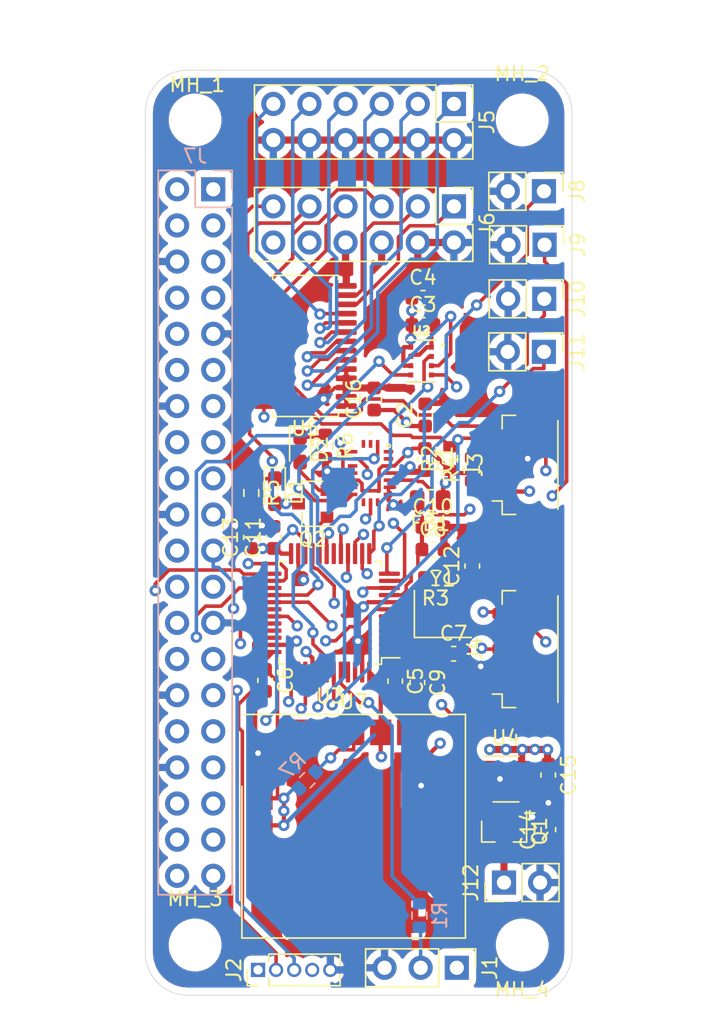
<source format=kicad_pcb>
(kicad_pcb (version 20221018) (generator pcbnew)
  (layers (0 "F.Cu" signal) (1 "In1.Cu" signal) (2 "In2.Cu" signal) (31 "B.Cu" signal) (34 "B.Paste" user) (35 "F.Paste" user) (36 "B.SilkS" user "B.Silkscreen") (37 "F.SilkS" user "F.Silkscreen") (38 "B.Mask" user) (39 "F.Mask" user) (44 "Edge.Cuts" user))
  (net 0 "")
  (net 1 "+3V3")
  (net 2 "GND")
  (net 3 "HS_OSC_IN")
  (net 4 "+3.3VA")
  (net 5 "Net-(C12-Pad1)")
  (net 6 "VCC")
  (net 7 "Net-(J1-Pad2)")
  (net 8 "SYS_JTMS_SWDIO")
  (net 9 "SYS_JTCK_SWCLK")
  (net 10 "NRST")
  (net 11 "I2C_EXTERN_SCL")
  (net 12 "I2C_EXTERN_SDA")
  (net 13 "USART_EXTERN_RX")
  (net 14 "USART_EXTERN_TX")
  (net 15 "USART_EXTERN_CLK")
  (net 16 "Net-(J5-Pad1)")
  (net 17 "Net-(J5-Pad3)")
  (net 18 "Net-(J5-Pad5)")
  (net 19 "Net-(J6-Pad5)")
  (net 20 "Net-(J6-Pad3)")
  (net 21 "Net-(J6-Pad1)")
  (net 22 "ADC_EXTERN_IN1")
  (net 23 "ADC_EXTERN_IN3")
  (net 24 "ADC_EXTERN_IN0")
  (net 25 "ADC_EXTERN_IN2")
  (net 26 "Net-(Q1-Pad2)")
  (net 27 "BOOT0")
  (net 28 "HS_OSC_OUT")
  (net 29 "GPS_NRESET")
  (net 30 "MAGNET_CS")
  (net 31 "Net-(U1-Pad19)")
  (net 32 "BOARD_SPI_MISO")
  (net 33 "ACCEL_CS")
  (net 34 "Net-(U1-Pad15)")
  (net 35 "Net-(U1-Pad14)")
  (net 36 "BOARD_SPI_MOSI")
  (net 37 "Net-(U1-Pad10)")
  (net 38 "BOARD_SPI_SCLK")
  (net 39 "GYRO_CS")
  (net 40 "Net-(U1-Pad2)")
  (net 41 "Net-(U1-Pad1)")
  (net 42 "PRESSURE_CS")
  (net 43 "Net-(U3-Pad2)")
  (net 44 "Net-(U3-Pad3)")
  (net 45 "Net-(U3-Pad4)")
  (net 46 "SHIELD_SPI_CS")
  (net 47 "SHIELD_SPI_SCLK")
  (net 48 "SHIELD_SPI_MISO")
  (net 49 "SHIELD_SPI_MOSI")
  (net 50 "Net-(U3-Pad18)")
  (net 51 "USART_INTERNAL_TX")
  (net 52 "USART_INTERNAL_RX")
  (net 53 "Net-(U3-Pad32)")
  (net 54 "Net-(U3-Pad33)")
  (net 55 "Net-(U3-Pad38)")
  (net 56 "Net-(U4-Pad4)")
  (net 57 "Net-(U5-Pad19)")
  (net 58 "Net-(U5-Pad20)")
  (net 59 "Net-(U5-Pad21)")
  (net 60 "Net-(U5-Pad22)")
  (net 61 "Net-(U5-Pad25)")
  (net 62 "Net-(U7-Pad7)")
  (net 63 "Net-(U7-Pad8)")
  (net 64 "Net-(U7-Pad9)")
  (net 65 "Net-(U7-Pad12)")
  (net 66 "Net-(U7-Pad19)")
  (net 67 "Net-(J7-Pad3)")
  (net 68 "Net-(J7-Pad5)")
  (net 69 "Net-(J7-Pad7)")
  (net 70 "Net-(J7-Pad8)")
  (net 71 "Net-(J7-Pad10)")
  (net 72 "Net-(J7-Pad11)")
  (net 73 "Net-(J7-Pad12)")
  (net 74 "Net-(J7-Pad13)")
  (net 75 "Net-(J7-Pad15)")
  (net 76 "Net-(J7-Pad16)")
  (net 77 "Net-(J7-Pad18)")
  (net 78 "Net-(J7-Pad22)")
  (net 79 "Net-(J7-Pad26)")
  (net 80 "Net-(J7-Pad27)")
  (net 81 "Net-(J7-Pad28)")
  (net 82 "Net-(J7-Pad29)")
  (net 83 "Net-(J7-Pad31)")
  (net 84 "Net-(J7-Pad32)")
  (net 85 "Net-(J7-Pad33)")
  (net 86 "Net-(J7-Pad35)")
  (net 87 "Net-(J7-Pad36)")
  (net 88 "Net-(J7-Pad37)")
  (net 89 "Net-(J7-Pad38)")
  (net 90 "Net-(J7-Pad40)")
  (net 91 "Net-(J5-Pad7)")
  (net 92 "Net-(J5-Pad9)")
  (net 93 "Net-(J5-Pad11)")
  (net 94 "Net-(J6-Pad7)")
  (net 95 "Net-(J6-Pad9)")
  (net 96 "Net-(J6-Pad11)")
  (net 97 "Net-(D1-Pad1)")
  (net 98 "Net-(D2-Pad2)")
  (net 99 "Net-(D2-Pad1)")
  (net 100 "STATUS")
  (net 101 "Net-(U3-Pad45)")
  (net 102 "Net-(U3-Pad46)")
  (net 103 "Net-(J7-Pad2)")
  (net 104 "Net-(J7-Pad4)")
  (footprint "Connector_PinHeader_2.54mm:PinHeader_2x06_P2.54mm_Vertical" (layer "F.Cu") (at 154.2519 67.031 -90)
    (fp_text reference "J5")
    (fp_text value "Conn_02x06_Odd_Even")
  )
  (footprint "Connector_PinHeader_2.54mm:PinHeader_2x06_P2.54mm_Vertical" (layer "F.Cu") (at 154.2519 74.231 -90)
    (fp_text reference "J6")
    (fp_text value "Conn_02x06_Odd_Even")
  )
  (footprint "Capacitor_SMD:C_0603_1608Metric" (layer "F.Cu") (at 152.2119 92.026 -90)
    (fp_text reference "C1")
    (fp_text value "100nF")
  )
  (footprint "Capacitor_SMD:C_0603_1608Metric" (layer "F.Cu") (at 152.2319 88.896 90)
    (fp_text reference "C2")
    (fp_text value "100nF")
  )
  (footprint "Capacitor_SMD:C_0603_1608Metric" (layer "F.Cu") (at 152.0709 82.566)
    (fp_text reference "C3")
    (fp_text value "100nF")
  )
  (footprint "Capacitor_SMD:C_0603_1608Metric" (layer "F.Cu") (at 152.0709 80.661)
    (fp_text reference "C4")
    (fp_text value "100nF")
  )
  (footprint "Capacitor_SMD:C_0603_1608Metric" (layer "F.Cu") (at 150.1219 107.606 -90)
    (fp_text reference "C5")
    (fp_text value "100n")
  )
  (footprint "Capacitor_SMD:C_0603_1608Metric" (layer "F.Cu") (at 140.9769 107.556 -90)
    (fp_text reference "C6")
    (fp_text value "100n")
  )
  (footprint "Capacitor_SMD:C_0603_1608Metric" (layer "F.Cu") (at 154.2299 105.68)
    (fp_text reference "C7")
    (fp_text value "12p")
  )
  (footprint "Capacitor_SMD:C_0603_1608Metric" (layer "F.Cu") (at 152.7769 98.356)
    (fp_text reference "C8")
    (fp_text value "1u")
  )
  (footprint "Capacitor_SMD:C_0603_1608Metric" (layer "F.Cu") (at 151.6819 107.706 -90)
    (fp_text reference "C9")
    (fp_text value "100n")
  )
  (footprint "Capacitor_SMD:C_0603_1608Metric" (layer "F.Cu") (at 152.7769 96.781)
    (fp_text reference "C10")
    (fp_text value "10n")
  )
  (footprint "Capacitor_SMD:C_0603_1608Metric" (layer "F.Cu") (at 141.5769 97.506 90)
    (fp_text reference "C11")
    (fp_text value "100n")
  )
  (footprint "Capacitor_SMD:C_0603_1608Metric" (layer "F.Cu") (at 155.5419 99.516 90)
    (fp_text reference "C12")
    (fp_text value "12p")
  )
  (footprint "Capacitor_SMD:C_0603_1608Metric" (layer "F.Cu") (at 139.9769 97.506 90)
    (fp_text reference "C13")
    (fp_text value "4.7u")
  )
  (footprint "Capacitor_SMD:C_0603_1608Metric" (layer "F.Cu") (at 160.8919 118.046 90)
    (fp_text reference "C14")
    (fp_text value "1u")
  )
  (footprint "Capacitor_SMD:C_0603_1608Metric" (layer "F.Cu") (at 160.8819 114.206 -90)
    (fp_text reference "C15")
    (fp_text value "1u")
  )
  (footprint "Capacitor_SMD:C_0603_1608Metric" (layer "F.Cu") (at 148.6419 87.773 90)
    (fp_text reference "C16")
    (fp_text value "100n")
  )
  (footprint "Resistor_SMD:R_0805_2012Metric" (layer "F.Cu") (at 152.5789 94.885 180)
    (fp_text reference "FB1")
    (fp_text value "Ferrite_Bead_Small")
  )
  (footprint "Connector_PinHeader_2.54mm:PinHeader_1x03_P2.54mm_Vertical" (layer "F.Cu") (at 154.4519 127.756 -90)
    (fp_text reference "J1")
    (fp_text value "BOOT_MDE")
  )
  (footprint "Connector_PinHeader_1.27mm:PinHeader_1x05_P1.27mm_Vertical" (layer "F.Cu") (at 140.4769 127.906 90)
    (fp_text reference "J2")
    (fp_text value "DEBUG")
  )
  (footprint "Connector_Molex:Molex_PicoBlade_53398-0471_1x04-1MP_P1.25mm_Vertical" (layer "F.Cu") (at 158.8519 92.406 90)
    (fp_text reference "J3")
    (fp_text value "Conn_01x04")
  )
  (footprint "Connector_Molex:Molex_PicoBlade_53398-0571_1x05-1MP_P1.25mm_Vertical" (layer "F.Cu") (at 158.8519 105.356 90)
    (fp_text reference "J4")
    (fp_text value "Conn_01x05")
  )
  (footprint "Connector_PinHeader_2.54mm:PinHeader_1x02_P2.54mm_Vertical" (layer "F.Cu") (at 160.5799 73.168 -90)
    (fp_text reference "J8")
    (fp_text value "Conn_01x02_Female")
  )
  (footprint "Connector_PinHeader_2.54mm:PinHeader_1x02_P2.54mm_Vertical" (layer "F.Cu") (at 160.6269 76.931 -90)
    (fp_text reference "J9")
    (fp_text value "Conn_01x02_Female")
  )
  (footprint "Connector_PinHeader_2.54mm:PinHeader_1x02_P2.54mm_Vertical" (layer "F.Cu") (at 160.6019 80.731 -90)
    (fp_text reference "J10")
    (fp_text value "Conn_01x02_Female")
  )
  (footprint "Connector_PinHeader_2.54mm:PinHeader_1x02_P2.54mm_Vertical" (layer "F.Cu") (at 160.5769 84.456 -90)
    (fp_text reference "J11")
    (fp_text value "Conn_01x02_Female")
  )
  (footprint "Package_TO_SOT_SMD:SOT-23" (layer "F.Cu") (at 157.7819 118.156 -90)
    (fp_text reference "Q1")
    (fp_text value "Si2319CDS")
  )
  (footprint "Resistor_SMD:R_0603_1608Metric" (layer "F.Cu") (at 153.9759 91.964 90)
    (fp_text reference "R2")
    (fp_text value "4.7k")
  )
  (footprint "Resistor_SMD:R_0603_1608Metric" (layer "F.Cu") (at 152.9599 100.346 180)
    (fp_text reference "R3")
    (fp_text value "47")
  )
  (footprint "Resistor_SMD:R_0603_1608Metric" (layer "F.Cu") (at 155.4999 92.726 90)
    (fp_text reference "R4")
    (fp_text value "4.7k")
  )
  (footprint "Sensor:BMX055" (layer "F.Cu") (at 148.3879 92.98)
    (fp_text reference "U1")
    (fp_text value "BMX055")
  )
  (footprint "Sensor:XDCR_DPS310XTSA1" (layer "F.Cu") (at 151.9439 85.106)
    (fp_text reference "U2")
    (fp_text value "DPS310XTSA1")
  )
  (footprint "Package_QFP:LQFP-48_7x7mm_P0.5mm" (layer "F.Cu") (at 145.5519 102.806 180)
    (fp_text reference "U3")
    (fp_text value "STM32F103CBTx")
  )
  (footprint "Package_TO_SOT_SMD:SOT-23-5" (layer "F.Cu") (at 157.9119 114.486)
    (fp_text reference "U4")
    (fp_text value "AP2112K-3.3")
  )
  (footprint "Package_SO:TSSOP-28_4.4x9.7mm_P0.65mm" (layer "F.Cu") (at 143.8159 84.045 180)
    (fp_text reference "U5")
    (fp_text value "PCA9685PW")
  )
  (footprint "RF_GPS:ublox_SAM-M8Q" (layer "F.Cu") (at 147.2019 117.806)
    (fp_text reference "U7")
    (fp_text value "ublox_SAM-M8Q")
  )
  (footprint "Crystal:Crystal_SMD_3225-4Pin_3.2x2.5mm" (layer "F.Cu") (at 153.4679 102.886)
    (fp_text reference "Y1")
    (fp_text value "Crystal_GND24")
  )
  (footprint "Connector_PinHeader_2.54mm:PinHeader_1x02_P2.54mm_Vertical" (layer "F.Cu") (at 157.7719 121.766 90)
    (fp_text reference "J12")
    (fp_text value "Conn_01x02_Female")
  )
  (footprint "MountingHole:MountingHole_2.7mm_M2.5_ISO7380" (layer "F.Cu") (at 136.0519 68.156)
    (fp_text reference "MH_1")
    (fp_text value "MountingHole_2.7mm_M2.5_ISO7380")
  )
  (footprint "MountingHole:MountingHole_2.7mm_M2.5_ISO7380" (layer "F.Cu") (at 159.0519 68.156)
    (fp_text reference "MH_2")
    (fp_text value "MountingHole_2.7mm_M2.5_ISO7380")
  )
  (footprint "MountingHole:MountingHole_2.7mm_M2.5_ISO7380" (layer "F.Cu") (at 136.0519 126.156)
    (fp_text reference "MH_3")
    (fp_text value "MountingHole_2.7mm_M2.5_ISO7380" hide)
  )
  (footprint "MountingHole:MountingHole_2.7mm_M2.5_ISO7380" (layer "F.Cu") (at 159.0519 126.156)
    (fp_text reference "MH_4")
    (fp_text value "MountingHole_2.7mm_M2.5_ISO7380" hide)
  )
  (footprint "LED_SMD:LED_0603_1608Metric_Pad1.05x0.95mm_HandSolder" (layer "F.Cu") (at 141.6569 94.25 -90)
    (fp_text reference "D1")
    (fp_text value "RED")
  )
  (footprint "LED_SMD:LED_0603_1608Metric_Pad1.05x0.95mm_HandSolder" (layer "F.Cu") (at 143.4349 91.329 -90)
    (fp_text reference "D2")
    (fp_text value "BLUE")
  )
  (footprint "Package_TO_SOT_SMD:SOT-23" (layer "F.Cu") (at 144.3239 95.139 180)
    (fp_text reference "Q2")
    (fp_text value "Si2319CDS")
  )
  (footprint "Resistor_SMD:R_0603_1608Metric" (layer "F.Cu") (at 140.0059 94.377 -90)
    (fp_text reference "R5")
    (fp_text value "1k")
  )
  (footprint "Resistor_SMD:R_0603_1608Metric" (layer "F.Cu") (at 145.2129 91.075 -90)
    (fp_text reference "R6")
    (fp_text value "1k")
  )
  (footprint "Resistor_SMD:R_0603_1608Metric" (layer "B.Cu") (at 151.8269 124.081 90)
    (fp_text reference "R1")
    (fp_text value "10k")
  )
  (footprint "Resistor_SMD:R_0603_1608Metric" (layer "B.Cu") (at 143.9429 114.57 -135)
    (fp_text reference "R7")
    (fp_text value "1k")
  )
  (footprint "Connector_PinHeader_2.54mm:PinHeader_2x20_P2.54mm_Vertical" (layer "B.Cu") (at 137.3269 73.031 180)
    (fp_text reference "J7")
    (fp_text value "Conn_02x20_Odd_Even")
  )
  (gr_arc (start 135.552113 129.680997) (mid 133.42326 128.809792) (end 132.551901 126.681001) (stroke (width 0.05)) (layer "Edge.Cuts"))
  (gr_line (start 162.5519 126.680788) (end 162.5519 126.631) (stroke (width 0.05)) (layer "Edge.Cuts"))
  (gr_line (start 135.552113 129.680997) (end 135.5769 129.681) (stroke (width 0.05)) (layer "Edge.Cuts"))
  (gr_line (start 135.551899 64.656001) (end 159.5519 64.656) (stroke (width 0.05)) (layer "Edge.Cuts"))
  (gr_line (start 132.551901 126.681001) (end 132.5519 67.656) (stroke (width 0.05)) (layer "Edge.Cuts"))
  (gr_arc (start 132.551903 67.656213) (mid 133.423108 65.52736) (end 135.551899 64.656001) (stroke (width 0.05)) (layer "Edge.Cuts"))
  (gr_line (start 162.551899 67.655999) (end 162.5519 126.631) (stroke (width 0.05)) (layer "Edge.Cuts"))
  (gr_arc (start 159.551687 64.656003) (mid 161.68054 65.527208) (end 162.551899 67.655999) (stroke (width 0.05)) (layer "Edge.Cuts"))
  (gr_line (start 159.551904 129.681) (end 135.5769 129.681) (stroke (width 0.05)) (layer "Edge.Cuts"))
  (gr_arc (start 162.5519 126.680788) (mid 161.680695 128.809642) (end 159.551904 129.681) (stroke (width 0.05)) (layer "Edge.Cuts"))
  (segment (start 151.010754 91.538854) (end 151.298608 91.251) (width 0.25) (layer "F.Cu") (net 1))
  (segment (start 142.2919 115.84) (end 142.4189 115.84) (width 0.25) (layer "F.Cu") (net 1))
  (segment (start 151.1749 89.671) (end 150.915147 89.411247) (width 0.3) (layer "F.Cu") (net 1))
  (segment (start 141.6569 95.125) (end 142.4329 95.125) (width 0.3) (layer "F.Cu") (net 1))
  (segment (start 141.5769 98.281) (end 141.7509 98.281) (width 0.3) (layer "F.Cu") (net 1))
  (segment (start 157.6019 94.281) (end 159.5329 94.281) (width 0.3) (layer "F.Cu") (net 1))
  (segment (start 151.2189 83.545) (end 151.2189 82.643) (width 0.3) (layer "F.Cu") (net 1))
  (segment (start 141.7509 98.281) (end 142.1134 98.6435) (width 0.3) (layer "F.Cu") (net 1))
  (segment (start 150.1219 106.831) (end 150.1219 106.525) (width 0.3) (layer "F.Cu") (net 1))
  (segment (start 159.0559 112.411) (end 159.9449 112.411) (width 0.5) (layer "F.Cu") (net 1))
  (segment (start 155.4999 93.551) (end 155.4999 93.234) (width 0.3) (layer "F.Cu") (net 1))
  (segment (start 149.231192 92.48) (end 149.6504 92.48) (width 0.25) (layer "F.Cu") (net 1))
  (segment (start 140.8949 89.043) (end 140.8949 88.3285) (width 0.25) (layer "F.Cu") (net 1))
  (segment (start 140.8009 98.281) (end 141.5769 98.281) (width 0.3) (layer "F.Cu") (net 1))
  (segment (start 150.1219 106.831) (end 150.0394 106.831) (width 0.3) (layer "F.Cu") (net 1))
  (segment (start 150.069608 92.48) (end 151.010754 91.538854) (width 0.25) (layer "F.Cu") (net 1))
  (segment (start 147.78791 93.723302) (end 147.78791 94.223302) (width 0.25) (layer "F.Cu") (net 1))
  (segment (start 159.0119 113.536) (end 159.0119 112.455) (width 0.5) (layer "F.Cu") (net 1))
  (segment (start 142.2919 117.745) (end 140.6629 117.745) (width 0.3) (layer "F.Cu") (net 1))
  (segment (start 148.8959 94.25) (end 148.98789 94.25) (width 0.25) (layer "F.Cu") (net 1))
  (segment (start 149.1019 111.206) (end 149.1019 107.7685) (width 0.3) (layer "F.Cu") (net 1))
  (segment (start 148.98789 94.25) (end 148.98789 92.723302) (width 0.25) (layer "F.Cu") (net 1))
  (segment (start 151.298608 91.251) (end 152.2119 91.251) (width 0.25) (layer "F.Cu") (net 1))
  (segment (start 150.6939 85.381) (end 150.6939 84.181) (width 0.3) (layer "F.Cu") (net 1))
  (segment (start 142.2919 117.745) (end 142.2919 116.729) (width 0.3) (layer "F.Cu") (net 1))
  (segment (start 140.6679 115.84) (end 140.6019 115.906) (width 0.3) (layer "F.Cu") (net 1))
  (segment (start 154.7549 107.856) (end 157.6019 107.856) (width 0.3) (layer "F.Cu") (net 1))
  (segment (start 151.2959 81.563) (end 151.2959 82.566) (width 0.3) (layer "F.Cu") (net 1))
  (segment (start 139.9769 98.281) (end 140.8009 98.281) (width 0.3) (layer "F.Cu") (net 1))
  (segment (start 155.4999 93.996) (end 155.4999 93.551) (width 0.3) (layer "F.Cu") (net 1))
  (segment (start 149.6504 92.48) (end 150.069608 92.48) (width 0.25) (layer "F.Cu") (net 1))
  (segment (start 149.7144 106.1175) (end 149.7144 105.556) (width 0.3) (layer "F.Cu") (net 1))
  (segment (start 140.6019 117.806) (end 140.6019 115.906) (width 0.5) (layer "F.Cu") (net 1))
  (segment (start 154.1669 92.98) (end 153.9759 92.789) (width 0.3) (layer "F.Cu") (net 1))
  (segment (start 140.9769 106.781) (end 140.9769 106.106) (width 0.3) (layer "F.Cu") (net 1))
  (segment (start 152.2319 89.671) (end 151.1749 89.671) (width 0.3) (layer "F.Cu") (net 1))
  (segment (start 150.7439 85.431) (end 150.6939 85.381) (width 0.3) (layer "F.Cu") (net 1))
  (segment (start 149.1019 112.871) (end 149.1499 112.919) (width 0.3) (layer "F.Cu") (net 1))
  (segment (start 159.9449 112.411) (end 160.8339 112.411) (width 0.5) (layer "F.Cu") (net 1))
  (segment (start 152.2119 89.691) (end 152.2319 89.671) (width 0.3) (layer "F.Cu") (net 1))
  (segment (start 143.3099 95.125) (end 143.3239 95.139) (width 0.3) (layer "F.Cu") (net 1))
  (segment (start 152.2119 91.251) (end 152.4379 91.251) (width 0.3) (layer "F.Cu") (net 1))
  (segment (start 140.8949 88.3285) (end 140.9534 88.27) (width 0.25) (layer "F.Cu") (net 1))
  (segment (start 141.3894 105.6935) (end 141.3894 105.556) (width 0.3) (layer "F.Cu") (net 1))
  (segment (start 150.6939 84.181) (end 150.7439 84.131) (width 0.3) (layer "F.Cu") (net 1))
  (segment (start 147.544608 93.48) (end 147.78791 93.723302) (width 0.25) (layer "F.Cu") (net 1))
  (segment (start 153.8299 106.931) (end 154.7549 107.856) (width 0.3) (layer "F.Cu") (net 1))
  (segment (start 148.98789 92.723302) (end 149.231192 92.48) (width 0.25) (layer "F.Cu") (net 1))
  (segment (start 148.6419 88.548) (end 150.0519 88.548) (width 0.3) (layer "F.Cu") (net 1))
  (segment (start 150.0519 88.548) (end 150.915147 89.411247) (width 0.3) (layer "F.Cu") (net 1))
  (segment (start 153.6584 93.6785) (end 153.4914 93.8455) (width 0.3) (layer "F.Cu") (net 1))
  (segment (start 159.0559 112.411) (end 157.9129 112.411) (width 0.5) (layer "F.Cu") (net 1))
  (segment (start 150.1219 106.831) (end 151.5819 106.831) (width 0.3) (layer "F.Cu") (net 1))
  (segment (start 148.869202 94.223302) (end 148.8959 94.25) (width 0.25) (layer "F.Cu") (net 1))
  (segment (start 153.9759 92.789) (end 153.7499 92.789) (width 0.3) (layer "F.Cu") (net 1))
  (segment (start 142.1134 98.6435) (end 142.8019 98.6435) (width 0.3) (layer "F.Cu") (net 1))
  (segment (start 159.5329 94.281) (end 159.5639 94.25) (width 0.3) (layer "F.Cu") (net 1))
  (segment (start 151.2189 84.131) (end 151.2189 83.545) (width 0.3) (layer "F.Cu") (net 1))
  (segment (start 140.6629 117.745) (end 140.6019 117.806) (width 0.3) (layer "F.Cu") (net 1))
  (segment (start 160.8339 113.383) (end 160.8819 113.431) (width 0.5) (layer "F.Cu") (net 1))
  (segment (start 140.9769 106.106) (end 141.3894 105.6935) (width 0.3) (layer "F.Cu") (net 1))
  (segment (start 157.9129 112.411) (end 156.7699 112.411) (width 0.5) (layer "F.Cu") (net 1))
  (segment (start 151.5819 106.831) (end 151.6819 106.931) (width 0.3) (layer "F.Cu") (net 1))
  (segment (start 152.2319 89.671) (end 151.80849 89.671) (width 0.25) (layer "F.Cu") (net 1))
  (segment (start 151.2189 82.643) (end 151.2959 82.566) (width 0.3) (layer "F.Cu") (net 1))
  (segment (start 142.2919 116.729) (end 142.2919 115.84) (width 0.3) (layer "F.Cu") (net 1))
  (segment (start 151.2189 85.431) (end 150.7439 85.431) (width 0.3) (layer "F.Cu") (net 1))
  (segment (start 140.9769 106.781) (end 141.8445 107.6486) (width 0.25) (layer "F.Cu") (net 1))
  (segment (start 142.4329 95.125) (end 143.3099 95.125) (width 0.3) (layer "F.Cu") (net 1))
  (segment (start 141.8445 115.84) (end 140.6679 115.84) (width 0.3) (layer "F.Cu") (net 1))
  (segment (start 142.2919 115.84) (end 141.8445 115.84) (width 0.3) (layer "F.Cu") (net 1))
  (segment (start 155.7849 94.281) (end 155.4999 93.996) (width 0.3) (layer "F.Cu") (net 1))
  (segment (start 147.78791 94.223302) (end 148.869202 94.223302) (width 0.25) (layer "F.Cu") (net 1))
  (segment (start 153.9759 92.789) (end 153.9759 93.361) (width 0.3) (layer "F.Cu") (net 1))
  (segment (start 153.9759 93.361) (end 153.6584 93.6785) (width 0.3) (layer "F.Cu") (net 1))
  (segment (start 153.4914 93.8455) (end 153.4914 94.885) (width 0.3) (layer "F.Cu") (net 1))
  (segment (start 150.7439 84.131) (end 151.2189 84.131) (width 0.3) (layer "F.Cu") (net 1))
  (segment (start 152.2119 91.251) (end 151.48349 91.251) (width 0.25) (layer "F.Cu") (net 1))
  (segment (start 152.2119 91.251) (end 151.3579 91.251) (width 0.25) (layer "F.Cu") (net 1))
  (segment (start 159.0119 112.455) (end 159.0559 112.411) (width 0.5) (layer "F.Cu") (net 1))
  (segment (start 149.1019 107.7685) (end 148.3019 106.9685) (width 0.3) (layer "F.Cu") (net 1))
  (segment (start 150.0394 106.831) (end 149.1019 107.7685) (width 0.3) (layer "F.Cu") (net 1))
  (segment (start 152.4379 91.251) (end 153.9759 92.789) (width 0.3) (layer "F.Cu") (net 1))
  (segment (start 155.4999 93.234) (end 155.2459 92.98) (width 0.3) (layer "F.Cu") (net 1))
  (segment (start 155.2459 92.98) (end 154.1669 92.98) (width 0.3) (layer "F.Cu") (net 1))
  (segment (start 141.8445 107.6486) (end 141.8445 115.84) (width 0.25) (layer "F.Cu") (net 1))
  (segment (start 157.6019 94.281) (end 155.7849 94.281) (width 0.3) (layer "F.Cu") (net 1))
  (segment (start 152.2319 89.671) (end 152.2319 89.3818) (width 0.25) (layer "F.Cu") (net 1))
  (segment (start 150.1219 106.525) (end 149.7144 106.1175) (width 0.3) (layer "F.Cu") (net 1))
  (segment (start 149.1019 111.206) (end 149.1019 112.871) (width 0.3) (layer "F.Cu") (net 1))
  (segment (start 160.8339 112.411) (end 160.8339 113.383) (width 0.5) (layer "F.Cu") (net 1))
  (segment (start 151.6819 106.931) (end 153.8299 106.931) (width 0.3) (layer "F.Cu") (net 1))
  (segment (start 147.1254 93.48) (end 147.544608 93.48) (width 0.25) (layer "F.Cu") (net 1))
  (segment (start 151.2959 80.661) (end 151.2959 81.563) (width 0.3) (layer "F.Cu") (net 1))
  (via (at 151.2189 83.545) (size 0.8) (drill 0.4) (layers "F.Cu" "B.Cu") (net 1))
  (via (at 159.9449 112.411) (size 0.8) (drill 0.4) (layers "F.Cu" "B.Cu") (net 1))
  (via (at 142.4329 95.125) (size 0.8) (drill 0.4) (layers "F.Cu" "B.Cu") (net 1))
  (via (at 140.8009 98.281) (size 0.8) (drill 0.4) (layers "F.Cu" "B.Cu") (net 1))
  (via (at 151.010754 91.538854) (size 0.8) (drill 0.4) (layers "F.Cu" "B.Cu") (net 1))
  (via (at 142.2919 116.729) (size 0.8) (drill 0.4) (layers "F.Cu" "B.Cu") (net 1))
  (via (at 151.2959 81.563) (size 0.8) (drill 0.4) (layers "F.Cu" "B.Cu") (net 1))
  (via (at 142.2919 117.745) (size 0.8) (drill 0.4) (layers "F.Cu" "B.Cu") (net 1))
  (via (at 159.0559 112.411) (size 0.8) (drill 0.4) (layers "F.Cu" "B.Cu") (net 1))
  (via (at 149.1499 112.919) (size 0.8) (drill 0.4) (layers "F.Cu" "B.Cu") (net 1))
  (via (at 157.9129 112.411) (size 0.8) (drill 0.4) (layers "F.Cu" "B.Cu") (net 1))
  (via (at 156.7699 112.411) (size 0.8) (drill 0.4) (layers "F.Cu" "B.Cu") (net 1))
  (via (at 159.5639 94.25) (size 0.8) (drill 0.4) (layers "F.Cu" "B.Cu") (net 1))
  (via (at 160.8339 112.411) (size 0.8) (drill 0.4) (layers "F.Cu" "B.Cu") (net 1))
  (via (at 140.8949 89.043) (size 0.8) (drill 0.4) (layers "F.Cu" "B.Cu") (net 1))
  (via (at 153.6584 93.6785) (size 0.8) (drill 0.4) (layers "F.Cu" "B.Cu") (net 1))
  (via (at 142.2919 115.84) (size 0.8) (drill 0.4) (layers "F.Cu" "B.Cu") (net 1))
  (via (at 150.915147 89.411247) (size 0.8) (drill 0.4) (layers "F.Cu" "B.Cu") (net 1))
  (segment (start 142.978537 115.153363) (end 142.2919 115.84) (width 0.25) (layer "B.Cu") (net 1))
  (segment (start 142.2919 117.745) (end 148.6419 111.395) (width 0.3) (layer "B.Cu") (net 1))
  (segment (start 143.359537 115.153363) (end 142.978537 115.153363) (width 0.25) (layer "B.Cu") (net 1))
  (segment (start 146.6784 86.97) (end 145.8889 86.97) (width 0.25) (layer "F.Cu") (net 2))
  (segment (start 140.2159 85.02) (end 138.3869 83.191) (width 0.3) (layer "F.Cu") (net 2))
  (segment (start 138.3869 83.191) (end 137.3269 83.191) (width 0.3) (layer "F.Cu") (net 2))
  (segment (start 143.3019 98.6435) (end 143.3019 100.103153) (width 0.25) (layer "F.Cu") (net 2))
  (segment (start 154.4679 103.736) (end 153.7449 103.013) (width 0.3) (layer "F.Cu") (net 2))
  (segment (start 149.6504 93.98) (end 150.0696 93.98) (width 0.25) (layer "F.Cu") (net 2))
  (segment (start 146.6784 86.32) (end 146.6784 86.97) (width 0.3) (layer "F.Cu") (net 2))
  (segment (start 159.7719 117.156) (end 160.7769 117.156) (width 0.3) (layer "F.Cu") (net 2))
  (segment (start 151.8139 84.656) (end 152.3389 84.131) (width 0.3) (layer "F.Cu") (net 2))
  (segment (start 158.7319 117.156) (end 159.7719 117.156) (width 0.3) (layer "F.Cu") (net 2))
  (segment (start 149.6504 93.98) (end 149.6504 94.48) (width 0.25) (layer "F.Cu") (net 2))
  (segment (start 143.3019 100.103153) (end 143.6795 100.480753) (width 0.25) (layer "F.Cu") (net 2))
  (segment (start 141.3894 105.056) (end 142.9159 105.056) (width 0.3) (layer "F.Cu") (net 2))
  (segment (start 146.6784 86.97) (end 146.6784 87.62) (width 0.3) (layer "F.Cu") (net 2))
  (segment (start 157.4889 114.486) (end 160.3869 114.486) (width 0.3) (layer "F.Cu") (net 2))
  (segment (start 152.6689 83.238) (end 152.6689 84.131) (width 0.3) (layer "F.Cu") (net 2))
  (segment (start 146.6784 85.67) (end 146.6784 86.32) (width 0.3) (layer "F.Cu") (net 2))
  (segment (start 152.2119 92.801) (end 151.427983 92.801) (width 0.25) (layer "F.Cu") (net 2))
  (segment (start 149.6504 92.98) (end 152.0329 92.98) (width 0.25) (layer "F.Cu") (net 2))
  (segment (start 140.9769 108.331) (end 140.275899 109.032001) (width 0.3) (layer "F.Cu") (net 2))
  (segment (start 160.3869 114.486) (end 160.8819 114.981) (width 0.3) (layer "F.Cu") (net 2))
  (segment (start 149.6504 94.48) (end 149.6504 94.8775) (width 0.3) (layer "F.Cu") (net 2))
  (segment (start 154.4679 103.736) (end 153.7449 103.013) (width 0.3) (layer "F.Cu") (net 2))
  (segment (start 155.0049 104.173) (end 154.5679 103.736) (width 0.3) (layer "F.Cu") (net 2))
  (segment (start 152.8459 83.061) (end 152.6689 83.238) (width 0.3) (layer "F.Cu") (net 2))
  (segment (start 160.8919 114.991) (end 160.8819 114.981) (width 0.3) (layer "F.Cu") (net 2))
  (segment (start 146.6784 77.8915) (end 146.6784 79.82) (width 0.25) (layer "F.Cu") (net 2))
  (segment (start 148.2019 102.056) (end 147.8799 102.378) (width 0.3) (layer "F.Cu") (net 2))
  (segment (start 149.7144 102.056) (end 148.2019 102.056) (width 0.3) (layer "F.Cu") (net 2))
  (segment (start 153.8019 114.006) (end 152.8889 114.006) (width 0.3) (layer "F.Cu") (net 2))
  (segment (start 151.2189 84.781) (end 151.2189 84.762) (width 0.3) (layer "F.Cu") (net 2))
  (segment (start 151.427983 92.801) (end 151.162377 92.535394) (width 0.25) (layer "F.Cu") (net 2))
  (segment (start 145.8889 86.97) (end 145.0859 87.773) (width 0.25) (layer "F.Cu") (net 2))
  (segment (start 140.6019 112.79) (end 140.4769 112.665) (width 0.3) (layer "F.Cu") (net 2))
  (segment (start 152.3389 84.131) (end 152.6689 84.131) (width 0.3) (layer "F.Cu") (net 2))
  (segment (start 151.3249 84.656) (end 151.8139 84.656) (width 0.3) (layer "F.Cu") (net 2))
  (segment (start 151.2189 84.762) (end 151.3249 84.656) (width 0.3) (layer "F.Cu") (net 2))
  (segment (start 146.6319 77.845) (end 146.6784 77.8915) (width 0.25) (layer "F.Cu") (net 2))
  (segment (start 152.0329 92.98) (end 152.2119 92.801) (width 0.25) (layer "F.Cu") (net 2))
  (segment (start 158.3699 93.031) (end 159.4369 91.964) (width 0.3) (layer "F.Cu") (net 2))
  (segment (start 156.8119 114.486) (end 157.4889 114.486) (width 0.3) (layer "F.Cu") (net 2))
  (segment (start 152.7679 102.036) (end 152.3679 102.036) (width 0.3) (layer "F.Cu") (net 2))
  (segment (start 154.5679 103.736) (end 154.4679 103.736) (width 0.3) (layer "F.Cu") (net 2))
  (segment (start 155.0049 105.68) (end 155.0049 104.173) (width 0.3) (layer "F.Cu") (net 2))
  (segment (start 152.8889 114.006) (end 151.9439 114.951) (width 0.3) (layer "F.Cu") (net 2))
  (segment (start 140.9534 85.02) (end 140.2159 85.02) (width 0.3) (layer "F.Cu") (net 2))
  (segment (start 140.275899 112.463999) (end 140.275899 109.032001) (width 0.3) (layer "F.Cu") (net 2))
  (segment (start 142.9159 105.056) (end 143.1809 104.791) (width 0.3) (layer "F.Cu") (net 2))
  (segment (start 150.1659 92.98) (end 149.6504 92.98) (width 0.25) (layer "F.Cu") (net 2))
  (segment (start 153.7449 103.013) (end 152.7679 102.036) (width 0.3) (layer "F.Cu") (net 2))
  (segment (start 151.1069 92.801) (end 150.9279 92.98) (width 0.3) (layer "F.Cu") (net 2))
  (segment (start 140.9534 85.67) (end 140.9534 85.02) (width 0.3) (layer "F.Cu") (net 2))
  (segment (start 149.6504 94.8775) (end 149.985297 95.212397) (width 0.3) (layer "F.Cu") (net 2))
  (segment (start 152.2119 92.801) (end 151.1069 92.801) (width 0.25) (layer "F.Cu") (net 2))
  (segment (start 160.8919 116.163) (end 160.8919 114.991) (width 0.3) (layer "F.Cu") (net 2))
  (segment (start 146.6784 87.62) (end 146.6784 88.27) (width 0.3) (layer "F.Cu") (net 2))
  (segment (start 152.8459 82.566) (end 152.8459 83.061) (width 0.3) (layer "F.Cu") (net 2))
  (segment (start 140.4769 112.665) (end 140.275899 112.463999) (width 0.3) (layer "F.Cu") (net 2))
  (segment (start 147.8019 106.9685) (end 147.8019 105.094) (width 0.3) (layer "F.Cu") (net 2))
  (segment (start 157.6019 93.031) (end 158.3699 93.031) (width 0.3) (layer "F.Cu") (net 2))
  (segment (start 140.6019 114.006) (end 140.6019 112.79) (width 0.3) (layer "F.Cu") (net 2))
  (segment (start 146.7064 86.998) (end 146.6784 86.97) (width 0.5) (layer "F.Cu") (net 2))
  (segment (start 148.6419 86.998) (end 146.7064 86.998) (width 0.5) (layer "F.Cu") (net 2))
  (segment (start 160.8919 117.271) (end 160.8919 116.163) (width 0.3) (layer "F.Cu") (net 2))
  (segment (start 147.8019 105.094) (end 147.4989 104.791) (width 0.3) (layer "F.Cu") (net 2))
  (segment (start 146.6319 76.771) (end 146.6319 77.845) (width 0.25) (layer "F.Cu") (net 2))
  (segment (start 152.8459 80.661) (end 152.8459 82.566) (width 0.3) (layer "F.Cu") (net 2))
  (segment (start 160.7769 117.156) (end 160.8919 117.271) (width 0.3) (layer "F.Cu") (net 2))
  (segment (start 140.275899 113.679999) (end 140.6019 114.006) (width 0.3) (layer "F.Cu") (net 2))
  (via (at 145.3399 92.853) (size 0.8) (drill 0.4) (layers "F.Cu" "B.Cu") (net 2))
  (via (at 156.1349 106.569) (size 0.8) (drill 0.4) (layers "F.Cu" "B.Cu") (net 2))
  (via (at 147.8799 102.378) (size 0.8) (drill 0.4) (layers "F.Cu" "B.Cu") (net 2))
  (via (at 138.8629 96.663) (size 0.8) (drill 0.4) (layers "F.Cu" "B.Cu") (net 2))
  (via (at 160.8919 116.163) (size 0.8) (drill 0.4) (layers "F.Cu" "B.Cu") (net 2))
  (via (at 157.4889 114.486) (size 0.8) (drill 0.4) (layers "F.Cu" "B.Cu") (net 2))
  (via (at 143.6795 100.480753) (size 0.8) (drill 0.4) (layers "F.Cu" "B.Cu") (net 2))
  (via (at 140.7679 96.663) (size 0.8) (drill 0.4) (layers "F.Cu" "B.Cu") (net 2))
  (via (at 151.9439 114.951) (size 0.8) (drill 0.4) (layers "F.Cu" "B.Cu") (net 2))
  (via (at 143.1809 104.791) (size 0.8) (drill 0.4) (layers "F.Cu" "B.Cu") (net 2))
  (via (at 159.4369 91.964) (size 0.8) (drill 0.4) (layers "F.Cu" "B.Cu") (net 2))
  (via (at 140.4769 112.665) (size 0.8) (drill 0.4) (layers "F.Cu" "B.Cu") (net 2))
  (via (at 151.162377 92.535394) (size 0.8) (drill 0.4) (layers "F.Cu" "B.Cu") (net 2))
  (via (at 159.7719 117.156) (size 0.8) (drill 0.4) (layers "F.Cu" "B.Cu") (net 2))
  (via (at 145.0859 87.773) (size 0.8) (drill 0.4) (layers "F.Cu" "B.Cu") (net 2))
  (via (at 149.985297 95.212397) (size 0.8) (drill 0.4) (layers "F.Cu" "B.Cu") (net 2))
  (via (at 147.4989 104.791) (size 0.8) (drill 0.4) (layers "F.Cu" "B.Cu") (net 2))
  (segment (start 137.3269 103.511) (end 138.7259 103.511) (width 0.25) (layer "B.Cu") (net 2))
  (segment (start 137.3269 103.511) (end 138.8529 103.511) (width 0.5) (layer "B.Cu") (net 2))
  (segment (start 153.4549 105.68) (end 153.4549 104.905) (width 0.25) (layer "F.Cu") (net 3))
  (segment (start 150.6976 103.736) (end 150.5176 103.556) (width 0.25) (layer "F.Cu") (net 3))
  (segment (start 153.4549 104.905) (end 153.2139 104.664) (width 0.25) (layer "F.Cu") (net 3))
  (segment (start 153.2139 104.664) (end 152.5789 104.664) (width 0.25) (layer "F.Cu") (net 3))
  (segment (start 152.5789 104.664) (end 152.3679 104.453) (width 0.25) (layer "F.Cu") (net 3))
  (segment (start 150.5176 103.556) (end 149.7144 103.556) (width 0.25) (layer "F.Cu") (net 3))
  (segment (start 152.3679 103.736) (end 150.6976 103.736) (width 0.25) (layer "F.Cu") (net 3))
  (segment (start 152.3679 104.453) (end 152.3679 103.736) (width 0.25) (layer "F.Cu") (net 3))
  (segment (start 150.8929 101.27) (end 150.8929 100.889) (width 0.25) (layer "F.Cu") (net 4))
  (segment (start 151.2445 100.6) (end 151.2445 100.0189) (width 0.25) (layer "F.Cu") (net 4))
  (segment (start 150.8929 100.889) (end 151.1819 100.6) (width 0.25) (layer "F.Cu") (net 4))
  (segment (start 151.2445 100.0189) (end 151.7174 99.546) (width 0.25) (layer "F.Cu") (net 4))
  (segment (start 152.0019 98.356) (end 152.0019 96.781) (width 0.3) (layer "F.Cu") (net 4))
  (segment (start 150.6069 101.556) (end 150.8929 101.27) (width 0.25) (layer "F.Cu") (net 4))
  (segment (start 151.6664 94.885) (end 151.6664 95.7505) (width 0.3) (layer "F.Cu") (net 4))
  (segment (start 151.7174 98.6405) (end 152.0019 98.356) (width 0.25) (layer "F.Cu") (net 4))
  (segment (start 152.0019 96.086) (end 152.0019 96.781) (width 0.3) (layer "F.Cu") (net 4))
  (segment (start 151.7174 99.546) (end 151.7174 98.6405) (width 0.25) (layer "F.Cu") (net 4))
  (segment (start 151.1819 100.6) (end 151.2445 100.6) (width 0.25) (layer "F.Cu") (net 4))
  (segment (start 151.6664 95.7505) (end 152.0019 96.086) (width 0.3) (layer "F.Cu") (net 4))
  (segment (start 149.7144 101.556) (end 150.6069 101.556) (width 0.25) (layer "F.Cu") (net 4))
  (segment (start 155.5419 100.291) (end 153.8399 100.291) (width 0.25) (layer "F.Cu") (net 5))
  (segment (start 153.8399 100.291) (end 153.7849 100.346) (width 0.25) (layer "F.Cu") (net 5))
  (segment (start 154.5679 101.129) (end 153.7849 100.346) (width 0.25) (layer "F.Cu") (net 5))
  (segment (start 154.5679 102.036) (end 154.5679 101.129) (width 0.25) (layer "F.Cu") (net 5))
  (segment (start 157.7819 119.156) (end 160.5569 119.156) (width 0.5) (layer "F.Cu") (net 6))
  (segment (start 157.7819 119.156) (end 157.7819 116.406) (width 0.5) (layer "F.Cu") (net 6))
  (segment (start 160.5569 119.156) (end 160.8919 118.821) (width 0.5) (layer "F.Cu") (net 6))
  (segment (start 157.7719 121.766) (end 157.7719 119.166) (width 0.5) (layer "F.Cu") (net 6))
  (segment (start 157.7719 119.166) (end 157.7819 119.156) (width 0.5) (layer "F.Cu") (net 6))
  (segment (start 157.7819 116.406) (end 156.8119 115.436) (width 0.5) (layer "F.Cu") (net 6))
  (segment (start 151.9119 127.756) (end 151.9119 124.991) (width 0.25) (layer "B.Cu") (net 7))
  (segment (start 151.9119 124.991) (end 151.8269 124.906) (width 0.25) (layer "B.Cu") (net 7))
  (segment (start 140.17689 108.166912) (end 139.107802 109.236) (width 0.25) (layer "F.Cu") (net 8))
  (segment (start 141.3894 104.556) (end 140.5816 104.556) (width 0.25) (layer "F.Cu") (net 8))
  (segment (start 139.3715 124.3424) (end 141.7469 126.7178) (width 0.25) (layer "F.Cu") (net 8))
  (segment (start 139.107802 109.236) (end 139.107802 110.877902) (width 0.25) (layer "F.Cu") (net 8))
  (segment (start 140.17689 104.96071) (end 140.17689 108.166912) (width 0.25) (layer "F.Cu") (net 8))
  (segment (start 139.107802 110.877902) (end 139.3715 111.1416) (width 0.25) (layer "F.Cu") (net 8))
  (segment (start 140.5816 104.556) (end 140.17689 104.96071) (width 0.25) (layer "F.Cu") (net 8))
  (segment (start 139.3715 111.1416) (end 139.3715 124.3424) (width 0.25) (layer "F.Cu") (net 8))
  (segment (start 141.7469 126.7178) (end 141.7469 127.906) (width 0.25) (layer "F.Cu") (net 8))
  (segment (start 142.8019 108.8797) (end 142.8019 106.9685) (width 0.25) (layer "F.Cu") (net 9))
  (segment (start 142.633 109.0486) (end 142.8019 108.8797) (width 0.25) (layer "F.Cu") (net 9))
  (via (at 142.633 109.0486) (size 0.8) (drill 0.4) (layers "F.Cu" "B.Cu") (net 9))
  (via (at 139.0084 108.2624) (size 0.8) (drill 0.4) (layers "F.Cu" "B.Cu") (net 9))
  (segment (start 139.0084 123.0722) (end 139.0084 108.2624) (width 0.25) (layer "B.Cu") (net 9))
  (segment (start 143.0169 127.0807) (end 139.0084 123.0722) (width 0.25) (layer "B.Cu") (net 9))
  (segment (start 143.0169 127.906) (end 143.0169 127.0807) (width 0.25) (layer "B.Cu") (net 9))
  (segment (start 147.5233 103.7804) (end 148.7477 102.556) (width 0.25) (layer "F.Cu") (net 10))
  (segment (start 146.9163 103.7804) (end 147.5233 103.7804) (width 0.25) (layer "F.Cu") (net 10))
  (segment (start 145.9229 104.7738) (end 146.9163 103.7804) (width 0.25) (layer "F.Cu") (net 10))
  (segment (start 145.2365 104.7738) (end 145.9229 104.7738) (width 0.25) (layer "F.Cu") (net 10))
  (segment (start 148.7477 102.556) (end 149.7144 102.556) (width 0.25) (layer "F.Cu") (net 10))
  (via (at 145.2365 104.7738) (size 0.8) (drill 0.4) (layers "F.Cu" "B.Cu") (net 10))
  (segment (start 145.8479 88.916) (end 144.9863 88.916) (width 0.25) (layer "F.Cu") (net 11))
  (segment (start 158.9289 90.465522) (end 158.141378 89.678) (width 0.25) (layer "F.Cu") (net 11))
  (segment (start 154.136086 89.678) (end 153.354086 88.896) (width 0.25) (layer "F.Cu") (net 11))
  (segment (start 144.9863 88.916) (end 143.0403 86.97) (width 0.25) (layer "F.Cu") (net 11))
  (segment (start 158.141378 89.678) (end 154.136086 89.678) (width 0.25) (layer "F.Cu") (net 11))
  (segment (start 141.4796 92.1515) (end 141.4796 91.8413) (width 0.25) (layer "F.Cu") (net 11))
  (segment (start 144.3382 104.1934) (end 144.3382 104.993) (width 0.25) (layer "F.Cu") (net 11))
  (segment (start 148.0069 87.773) (end 147.74091 88.03899) (width 0.25) (layer "F.Cu") (net 11))
  (segment (start 144.3382 104.993) (end 145.3019 105.9567) (width 0.25) (layer "F.Cu") (net 11))
  (segment (start 141.4796 91.8413) (end 139.8816 90.2433) (width 0.25) (layer "F.Cu") (net 11))
  (segment (start 147.370958 88.916) (end 145.8479 88.916) (width 0.25) (layer "F.Cu") (net 11))
  (segment (start 157.6019 91.781) (end 155.6199 91.781) (width 0.25) (layer "F.Cu") (net 11))
  (segment (start 147.74091 88.546048) (end 147.370958 88.916) (width 0.25) (layer "F.Cu") (net 11))
  (segment (start 143.0403 86.97) (end 140.9534 86.97) (width 0.25) (layer "F.Cu") (net 11))
  (segment (start 140.2183 86.97) (end 140.9534 86.97) (width 0.25) (layer "F.Cu") (net 11))
  (segment (start 149.119734 87.773) (end 148.0069 87.773) (width 0.25) (layer "F.Cu") (net 11))
  (segment (start 146.2303 88.916) (end 145.8479 88.916) (width 0.25) (layer "F.Cu") (net 11))
  (segment (start 147.74091 88.03899) (end 147.74091 88.546048) (width 0.25) (layer "F.Cu") (net 11))
  (segment (start 153.354086 88.896) (end 151.6699 88.896) (width 0.25) (layer "F.Cu") (net 11))
  (segment (start 145.3019 105.9567) (end 145.3019 106.9685) (width 0.25) (layer "F.Cu") (net 11))
  (segment (start 139.8816 87.3067) (end 140.2183 86.97) (width 0.25) (layer "F.Cu") (net 11))
  (segment (start 155.6199 91.781) (end 155.4999 91.901) (width 0.25) (layer "F.Cu") (net 11))
  (segment (start 150.6739 87.9) (end 149.246734 87.9) (width 0.25) (layer "F.Cu") (net 11))
  (segment (start 158.9289 91.104) (end 158.9289 90.465522) (width 0.25) (layer "F.Cu") (net 11))
  (segment (start 139.8816 90.2433) (end 139.8816 87.3067) (width 0.25) (layer "F.Cu") (net 11))
  (segment (start 158.2519 91.781) (end 158.9289 91.104) (width 0.25) (layer "F.Cu") (net 11))
  (segment (start 149.246734 87.9) (end 149.119734 87.773) (width 0.25) (layer "F.Cu") (net 11))
  (segment (start 151.6699 88.896) (end 150.6739 87.9) (width 0.25) (layer "F.Cu") (net 11))
  (segment (start 157.6019 91.781) (end 158.2519 91.781) (width 0.25) (layer "F.Cu") (net 11))
  (via (at 141.4796 92.1515) (size 0.8) (drill 0.4) (layers "F.Cu" "B.Cu") (net 11))
  (via (at 144.3382 104.1934) (size 0.8) (drill 0.4) (layers "F.Cu" "B.Cu") (net 11))
  (segment (start 143.6494 96.6616) (end 143.6494 99.414) (width 0.25) (layer "B.Cu") (net 11))
  (segment (start 141.4796 92.1515) (end 141.4796 95.2633) (width 0.25) (layer "B.Cu") (net 11))
  (segment (start 142.9545 102.331) (end 144.3382 103.7147) (width 0.25) (layer "B.Cu") (net 11))
  (segment (start 142.8714 95.8836) (end 143.6494 96.6616) (width 0.25) (layer "B.Cu") (net 11))
  (segment (start 142.0999 95.8836) (end 142.8714 95.8836) (width 0.25) (layer "B.Cu") (net 11))
  (segment (start 142.9545 100.1089) (end 142.9545 102.331) (width 0.25) (layer "B.Cu") (net 11))
  (segment (start 144.3382 103.7147) (end 144.3382 104.1934) (width 0.25) (layer "B.Cu") (net 11))
  (segment (start 143.6494 99.414) (end 142.9545 100.1089) (width 0.25) (layer "B.Cu") (net 11))
  (segment (start 141.4796 95.2633) (end 142.0999 95.8836) (width 0.25) (layer "B.Cu") (net 11))
  (segment (start 153.9759 91.139) (end 153.31289 90.47599) (width 0.25) (layer "F.Cu") (net 12))
  (segment (start 144.9589 89.525) (end 143.0539 87.62) (width 0.25) (layer "F.Cu") (net 12))
  (segment (start 149.1239 89.525) (end 144.9589 89.525) (width 0.25) (layer "F.Cu") (net 12))
  (segment (start 149.92889 90.32999) (end 149.1239 89.525) (width 0.25) (layer "F.Cu") (net 12))
  (segment (start 154.5249 90.6378) (end 154.4771 90.6378) (width 0.25) (layer "F.Cu") (net 12))
  (segment (start 151.34489 90.47599) (end 151.19889 90.32999) (width 0.25) (layer "F.Cu") (net 12))
  (segment (start 153.31289 90.47599) (end 151.34489 90.47599) (width 0.25) (layer "F.Cu") (net 12))
  (segment (start 154.6317 90.531) (end 154.5249 90.6378) (width 0.25) (layer "F.Cu") (net 12))
  (segment (start 145.8019 109.1559) (end 145.8019 106.9685) (width 0.25) (layer "F.Cu") (net 12))
  (segment (start 151.19889 90.32999) (end 149.92889 90.32999) (width 0.25) (layer "F.Cu") (net 12))
  (segment (start 157.6019 90.531) (end 154.6317 90.531) (width 0.25) (layer "F.Cu") (net 12))
  (segment (start 143.0539 87.62) (end 140.9534 87.62) (width 0.25) (layer "F.Cu") (net 12))
  (segment (start 154.4771 90.6378) (end 153.9759 91.139) (width 0.25) (layer "F.Cu") (net 12))
  (segment (start 145.6892 109.2686) (end 145.8019 109.1559) (width 0.25) (layer "F.Cu") (net 12))
  (via (at 145.6892 109.2686) (size 0.8) (drill 0.4) (layers "F.Cu" "B.Cu") (net 12))
  (via (at 154.5249 90.6378) (size 0.8) (drill 0.4) (layers "F.Cu" "B.Cu") (net 12))
  (segment (start 154.5249 90.6378) (end 154.5249 96.7589) (width 0.25) (layer "B.Cu") (net 12))
  (segment (start 148.3527 106.6051) (end 145.6892 109.2686) (width 0.25) (layer "B.Cu") (net 12))
  (segment (start 148.3527 102.9311) (end 148.3527 106.6051) (width 0.25) (layer "B.Cu") (net 12))
  (segment (start 154.5249 96.7589) (end 148.3527 102.9311) (width 0.25) (layer "B.Cu") (net 12))
  (segment (start 142.5712 103.056) (end 141.3894 103.056) (width 0.25) (layer "F.Cu") (net 13))
  (segment (start 156.27 105.356) (end 156.2035 105.2895) (width 0.25) (layer "F.Cu") (net 13))
  (segment (start 157.6019 105.356) (end 156.27 105.356) (width 0.25) (layer "F.Cu") (net 13))
  (segment (start 143.2319 103.7167) (end 142.5712 103.056) (width 0.25) (layer "F.Cu") (net 13))
  (via (at 143.2319 103.7167) (size 0.8) (drill 0.4) (layers "F.Cu" "B.Cu") (net 13))
  (via (at 156.2035 105.2895) (size 0.8) (drill 0.4) (layers "F.Cu" "B.Cu") (net 13))
  (segment (start 140.5754 102.556) (end 139.2394 103.892) (width 0.25) (layer "F.Cu") (net 14))
  (segment (start 159.9736 104.106) (end 157.6019 104.106) (width 0.25) (layer "F.Cu") (net 14))
  (segment (start 139.2394 103.892) (end 139.2394 104.9716) (width 0.25) (layer "F.Cu") (net 14))
  (segment (start 160.7094 104.8418) (end 159.9736 104.106) (width 0.25) (layer "F.Cu") (net 14))
  (segment (start 141.3894 102.556) (end 140.5754 102.556) (width 0.25) (layer "F.Cu") (net 14))
  (via (at 160.7094 104.8418) (size 0.8) (drill 0.4) (layers "F.Cu" "B.Cu") (net 14))
  (via (at 139.2394 104.9716) (size 0.8) (drill 0.4) (layers "F.Cu" "B.Cu") (net 14))
  (segment (start 141.3894 102.056) (end 144.0248 102.056) (width 0.25) (layer "F.Cu") (net 15))
  (segment (start 156.309 102.7487) (end 157.4946 102.7487) (width 0.25) (layer "F.Cu") (net 15))
  (segment (start 144.0248 102.056) (end 145.6814 103.7126) (width 0.25) (layer "F.Cu") (net 15))
  (segment (start 157.4946 102.7487) (end 157.6019 102.856) (width 0.25) (layer "F.Cu") (net 15))
  (via (at 145.6814 103.7126) (size 0.8) (drill 0.4) (layers "F.Cu" "B.Cu") (net 15))
  (via (at 156.309 102.7487) (size 0.8) (drill 0.4) (layers "F.Cu" "B.Cu") (net 15))
  (segment (start 144.1777 86.804) (end 143.9429 86.804) (width 0.25) (layer "F.Cu") (net 16))
  (segment (start 145.9617 85.02) (end 144.1777 86.804) (width 0.25) (layer "F.Cu") (net 16))
  (segment (start 146.6784 85.02) (end 145.9617 85.02) (width 0.25) (layer "F.Cu") (net 16))
  (via (at 143.9429 86.804) (size 0.8) (drill 0.4) (layers "F.Cu" "B.Cu") (net 16))
  (segment (start 145.1659 86.804) (end 148.8969 83.073) (width 0.25) (layer "B.Cu") (net 16))
  (segment (start 152.2759 77.946) (end 153.0769 77.145) (width 0.25) (layer "B.Cu") (net 16))
  (segment (start 153.0769 68.206) (end 154.2519 67.031) (width 0.25) (layer "B.Cu") (net 16))
  (segment (start 153.0769 77.145) (end 153.0769 68.206) (width 0.25) (layer "B.Cu") (net 16))
  (segment (start 148.8969 80.279) (end 151.2299 77.946) (width 0.25) (layer "B.Cu") (net 16))
  (segment (start 143.9429 86.804) (end 145.1659 86.804) (width 0.25) (layer "B.Cu") (net 16))
  (segment (start 151.2299 77.946) (end 152.2759 77.946) (width 0.25) (layer "B.Cu") (net 16))
  (segment (start 148.8969 83.073) (end 148.8969 80.279) (width 0.25) (layer "B.Cu") (net 16))
  (segment (start 144.0159 85.804) (end 143.9429 85.804) (width 0.25) (layer "F.Cu") (net 17))
  (segment (start 145.9753 84.37) (end 145.3663 84.979) (width 0.25) (layer "F.Cu") (net 17))
  (segment (start 145.3663 84.979) (end 144.8409 84.979) (width 0.25) (layer "F.Cu") (net 17))
  (segment (start 146.6784 84.37) (end 145.9753 84.37) (width 0.25) (layer "F.Cu") (net 17))
  (segment (start 144.8409 84.979) (end 144.0159 85.804) (width 0.25) (layer "F.Cu") (net 17))
  (via (at 143.9429 85.804) (size 0.8) (drill 0.4) (layers "F.Cu" "B.Cu") (net 17))
  (segment (start 148.4469 78.443) (end 148.4469 82.7547) (width 0.25) (layer "B.Cu") (net 17))
  (segment (start 149.4339 78.248) (end 148.6419 78.248) (width 0.25) (layer "B.Cu") (net 17))
  (segment (start 145.3976 85.804) (end 143.9429 85.804) (width 0.25) (layer "B.Cu") (net 17))
  (segment (start 150.5369 77.145) (end 149.4339 78.248) (width 0.25) (layer "B.Cu") (net 17))
  (segment (start 148.6419 78.248) (end 148.4469 78.443) (width 0.25) (layer "B.Cu") (net 17))
  (segment (start 148.4469 82.7547) (end 145.3976 85.804) (width 0.25) (layer "B.Cu") (net 17))
  (segment (start 150.5369 68.206) (end 150.5369 77.145) (width 0.25) (layer "B.Cu") (net 17))
  (segment (start 151.7119 67.031) (end 150.5369 68.206) (width 0.25) (layer "B.Cu") (net 17))
  (segment (start 145.1799 84.529) (end 144.2179 84.529) (width 0.25) (layer "F.Cu") (net 18))
  (segment (start 144.2179 84.529) (end 143.9429 84.804) (width 0.25) (layer "F.Cu") (net 18))
  (segment (start 146.6784 83.72) (end 145.9889 83.72) (width 0.25) (layer "F.Cu") (net 18))
  (segment (start 145.9889 83.72) (end 145.1799 84.529) (width 0.25) (layer "F.Cu") (net 18))
  (via (at 143.9429 84.804) (size 0.8) (drill 0.4) (layers "F.Cu" "B.Cu") (net 18))
  (segment (start 147.9969 68.206) (end 147.9969 82.2047) (width 0.25) (layer "B.Cu") (net 18))
  (segment (start 145.3976 84.804) (end 143.9429 84.804) (width 0.25) (layer "B.Cu") (net 18))
  (segment (start 149.1719 67.031) (end 147.9969 68.206) (width 0.25) (layer "B.Cu") (net 18))
  (segment (start 147.9969 82.2047) (end 145.3976 84.804) (width 0.25) (layer "B.Cu") (net 18))
  (segment (start 140.9534 79.82) (end 142.9169 77.8565) (width 0.25) (layer "F.Cu") (net 19))
  (segment (start 145.4569 74.702) (end 145.4569 73.667) (width 0.25) (layer "F.Cu") (net 19))
  (segment (start 146.0679 73.056) (end 147.9969 73.056) (width 0.25) (layer "F.Cu") (net 19))
  (segment (start 144.7529 75.406) (end 145.4569 74.702) (width 0.25) (layer "F.Cu") (net 19))
  (segment (start 143.7179 75.406) (end 144.7529 75.406) (width 0.25) (layer "F.Cu") (net 19))
  (segment (start 142.9169 77.8565) (end 142.9169 76.207) (width 0.25) (layer "F.Cu") (net 19))
  (segment (start 142.9169 76.207) (end 143.7179 75.406) (width 0.25) (layer "F.Cu") (net 19))
  (segment (start 145.4569 73.667) (end 146.0679 73.056) (width 0.25) (layer "F.Cu") (net 19))
  (segment (start 147.9969 73.056) (end 149.1719 74.231) (width 0.25) (layer "F.Cu") (net 19))
  (segment (start 151.7119 74.231) (end 150.5369 75.406) (width 0.25) (layer "F.Cu") (net 20))
  (segment (start 150.5369 75.406) (end 148.6079 75.406) (width 0.25) (layer "F.Cu") (net 20))
  (segment (start 147.8069 76.207) (end 147.8069 80.079) (width 0.25) (layer "F.Cu") (net 20))
  (segment (start 147.4159 80.47) (end 146.6784 80.47) (width 0.25) (layer "F.Cu") (net 20))
  (segment (start 147.8069 80.079) (end 147.4159 80.47) (width 0.25) (layer "F.Cu") (net 20))
  (segment (start 148.6079 75.406) (end 147.8069 76.207) (width 0.25) (layer "F.Cu") (net 20))
  (segment (start 151.1479 75.596) (end 150.3469 76.397) (width 0.25) (layer "F.Cu") (net 21))
  (segment (start 152.8869 75.596) (end 151.1479 75.596) (width 0.25) (layer "F.Cu") (net 21))
  (segment (start 154.2519 74.231) (end 152.8869 75.596) (width 0.25) (layer "F.Cu") (net 21))
  (segment (start 150.3469 78.1754) (end 147.4023 81.12) (width 0.25) (layer "F.Cu") (net 21))
  (segment (start 150.3469 76.397) (end 150.3469 78.1754) (width 0.25) (layer "F.Cu") (net 21))
  (segment (start 147.4023 81.12) (end 146.6784 81.12) (width 0.25) (layer "F.Cu") (net 21))
  (segment (start 150.589 100.556) (end 150.7858 100.3592) (width 0.25) (layer "F.Cu") (net 22))
  (segment (start 159.8268 85.6313) (end 160.5769 85.6313) (width 0.25) (layer "F.Cu") (net 22))
  (segment (start 150.7858 97.2964) (end 149.9961 96.5067) (width 0.25) (layer "F.Cu") (net 22))
  (segment (start 149.7144 100.556) (end 150.589 100.556) (width 0.25) (layer "F.Cu") (net 22))
  (segment (start 160.716 92.8085) (end 160.716 91.20829) (width 0.25) (layer "F.Cu") (net 22))
  (segment (start 150.7858 100.3592) (end 150.7858 97.2964) (width 0.25) (layer "F.Cu") (net 22))
  (segment (start 160.716 91.20829) (end 158.4838 88.97609) (width 0.25) (layer "F.Cu") (net 22))
  (segment (start 158.4838 88.97609) (end 158.4838 86.9743) (width 0.25) (layer "F.Cu") (net 22))
  (segment (start 160.5769 85.6313) (end 160.5769 84.456) (width 0.25) (layer "F.Cu") (net 22))
  (segment (start 158.4838 86.9743) (end 159.8268 85.6313) (width 0.25) (layer "F.Cu") (net 22))
  (via (at 160.716 92.8085) (size 0.8) (drill 0.4) (layers "F.Cu" "B.Cu") (net 22))
  (via (at 149.9961 96.5067) (size 0.8) (drill 0.4) (layers "F.Cu" "B.Cu") (net 22))
  (segment (start 159.4046 77.6157) (end 155.852 81.1683) (width 0.25) (layer "F.Cu") (net 23))
  (segment (start 148.6172 97.0721) (end 148.9957 96.6936) (width 0.25) (layer "F.Cu") (net 23))
  (segment (start 148.6172 98.3282) (end 148.6172 97.0721) (width 0.25) (layer "F.Cu") (net 23))
  (segment (start 159.4046 77.6157) (end 159.4046 74.3433) (width 0.25) (layer "F.Cu") (net 23))
  (segment (start 159.4046 74.3433) (end 160.5799 73.168) (width 0.25) (layer "F.Cu") (net 23))
  (segment (start 148.3019 98.6435) (end 148.6172 98.3282) (width 0.25) (layer "F.Cu") (net 23))
  (via (at 148.9957 96.6936) (size 0.8) (drill 0.4) (layers "F.Cu" "B.Cu") (net 23))
  (via (at 155.852 81.1683) (size 0.8) (drill 0.4) (layers "F.Cu" "B.Cu") (net 23))
  (segment (start 148.9957 95.128992) (end 148.9957 96.6936) (width 0.25) (layer "B.Cu") (net 23))
  (segment (start 152.1654 92.8361) (end 150.514104 94.487396) (width 0.25) (layer "B.Cu") (net 23))
  (segment (start 149.637296 94.487396) (end 148.9957 95.128992) (width 0.25) (layer "B.Cu") (net 23))
  (segment (start 152.1654 88.5674) (end 152.1654 92.8361) (width 0.25) (layer "B.Cu") (net 23))
  (segment (start 153.7134 83.3069) (end 153.7134 87.0194) (width 0.25) (layer "B.Cu") (net 23))
  (segment (start 153.7134 87.0194) (end 152.1654 88.5674) (width 0.25) (layer "B.Cu") (net 23))
  (segment (start 150.514104 94.487396) (end 149.637296 94.487396) (width 0.25) (layer "B.Cu") (net 23))
  (segment (start 155.852 81.1683) (end 153.7134 83.3069) (width 0.25) (layer "B.Cu") (net 23))
  (segment (start 148.14 101.056) (end 147.8419 101.3541) (width 0.25) (layer "F.Cu") (net 24))
  (segment (start 149.7144 101.056) (end 148.14 101.056) (width 0.25) (layer "F.Cu") (net 24))
  (segment (start 162.1782 79.6576) (end 160.6269 78.1063) (width 0.25) (layer "F.Cu") (net 24))
  (segment (start 162.1782 93.5682) (end 162.1782 79.6576) (width 0.25) (layer "F.Cu") (net 24))
  (segment (start 160.6269 76.931) (end 160.6269 78.1063) (width 0.25) (layer "F.Cu") (net 24))
  (segment (start 161.1645 94.5819) (end 162.1782 93.5682) (width 0.25) (layer "F.Cu") (net 24))
  (via (at 161.1645 94.5819) (size 0.8) (drill 0.4) (layers "F.Cu" "B.Cu") (net 24))
  (via (at 147.8419 101.3541) (size 0.8) (drill 0.4) (layers "F.Cu" "B.Cu") (net 24))
  (segment (start 149.538 98.2353) (end 149.538 99.8796) (width 0.25) (layer "F.Cu") (net 25))
  (segment (start 160.6019 81.9063) (end 159.4015 83.1067) (width 0.25) (layer "F.Cu") (net 25))
  (segment (start 159.4015 83.1067) (end 159.4015 85.3092) (width 0.25) (layer "F.Cu") (net 25))
  (segment (start 159.4015 85.3092) (end 157.4673 87.2434) (width 0.25) (layer "F.Cu") (net 25))
  (segment (start 160.6019 80.731) (end 160.6019 81.9063) (width 0.25) (layer "F.Cu") (net 25))
  (segment (start 149.538 99.8796) (end 149.7144 100.056) (width 0.25) (layer "F.Cu") (net 25))
  (via (at 149.538 98.2353) (size 0.8) (drill 0.4) (layers "F.Cu" "B.Cu") (net 25))
  (via (at 157.4673 87.2434) (size 0.8) (drill 0.4) (layers "F.Cu" "B.Cu") (net 25))
  (segment (start 157.4673 87.2434) (end 155.2748 89.4359) (width 0.25) (layer "B.Cu") (net 25))
  (segment (start 155.2748 89.4359) (end 154.6378 89.4359) (width 0.25) (layer "B.Cu") (net 25))
  (segment (start 152.7079 91.3658) (end 152.7079 95.0654) (width 0.25) (layer "B.Cu") (net 25))
  (segment (start 154.6378 89.4359) (end 152.7079 91.3658) (width 0.25) (layer "B.Cu") (net 25))
  (segment (start 152.7079 95.0654) (end 149.538 98.2353) (width 0.25) (layer "B.Cu") (net 25))
  (segment (start 155.8319 113.801) (end 156.0969 113.536) (width 0.5) (layer "F.Cu") (net 26))
  (segment (start 156.8319 117.156) (end 155.8319 116.156) (width 0.5) (layer "F.Cu") (net 26))
  (segment (start 156.0969 113.536) (end 156.8119 113.536) (width 0.5) (layer "F.Cu") (net 26))
  (segment (start 155.8319 116.156) (end 155.8319 113.801) (width 0.5) (layer "F.Cu") (net 26))
  (segment (start 148.2519 109.1122) (end 147.6333 109.1122) (width 0.25) (layer "F.Cu") (net 27))
  (segment (start 146.3019 107.7808) (end 146.3019 106.9685) (width 0.25) (layer "F.Cu") (net 27))
  (segment (start 147.6333 109.1122) (end 146.3019 107.7808) (width 0.25) (layer "F.Cu") (net 27))
  (via (at 148.2519 109.1122) (size 0.8) (drill 0.4) (layers "F.Cu" "B.Cu") (net 27))
  (segment (start 148.2519 109.1122) (end 149.9047 110.765) (width 0.25) (layer "B.Cu") (net 27))
  (segment (start 149.9047 121.3338) (end 151.8269 123.256) (width 0.25) (layer "B.Cu") (net 27))
  (segment (start 149.9047 110.765) (end 149.9047 121.3338) (width 0.25) (layer "B.Cu") (net 27))
  (segment (start 151.3429 102.2307) (end 151.3429 101.138) (width 0.25) (layer "F.Cu") (net 28))
  (segment (start 150.5176 103.056) (end 151.3429 102.2307) (width 0.25) (layer "F.Cu") (net 28))
  (segment (start 149.7144 103.056) (end 150.5176 103.056) (width 0.25) (layer "F.Cu") (net 28))
  (segment (start 151.3429 101.138) (end 152.1349 100.346) (width 0.25) (layer "F.Cu") (net 28))
  (segment (start 134.2214 99.7937) (end 139.1709 99.7937) (width 0.25) (layer "F.Cu") (net 29))
  (segment (start 139.4575 100.0803) (end 141.3651 100.0803) (width 0.25) (layer "F.Cu") (net 29))
  (segment (start 133.2494 101.2435) (end 133.2494 100.7657) (width 0.25) (layer "F.Cu") (net 29))
  (segment (start 141.3651 100.0803) (end 141.3894 100.056) (width 0.25) (layer "F.Cu") (net 29))
  (segment (start 146.1503 112.4313) (end 145.5818 112.9998) (width 0.25) (layer "F.Cu") (net 29))
  (segment (start 147.2019 112.4313) (end 146.1503 112.4313) (width 0.25) (layer "F.Cu") (net 29))
  (segment (start 147.2019 111.206) (end 147.2019 112.4313) (width 0.25) (layer "F.Cu") (net 29))
  (segment (start 133.2494 100.7657) (end 134.2214 99.7937) (width 0.25) (layer "F.Cu") (net 29))
  (segment (start 139.1709 99.7937) (end 139.4575 100.0803) (width 0.25) (layer "F.Cu") (net 29))
  (via (at 145.5818 112.9998) (size 0.8) (drill 0.4) (layers "F.Cu" "B.Cu") (net 29))
  (via (at 133.2494 101.2435) (size 0.8) (drill 0.4) (layers "F.Cu" "B.Cu") (net 29))
  (segment (start 145.5131 112.9998) (end 144.526263 113.986637) (width 0.25) (layer "B.Cu") (net 29))
  (segment (start 145.5818 112.9998) (end 145.5131 112.9998) (width 0.25) (layer "B.Cu") (net 29))
  (segment (start 148.8879 91.727593) (end 148.641187 91.974306) (width 0.25) (layer "F.Cu") (net 30))
  (segment (start 148.8879 90.93) (end 148.8879 91.727593) (width 0.25) (layer "F.Cu") (net 30))
  (segment (start 144.6822 109.4086) (end 144.8019 109.2889) (width 0.25) (layer "F.Cu") (net 30))
  (segment (start 144.8019 109.2889) (end 144.8019 106.9685) (width 0.25) (layer "F.Cu") (net 30))
  (via (at 148.641187 91.974306) (size 0.8) (drill 0.4) (layers "F.Cu" "B.Cu") (net 30))
  (via (at 144.6822 109.4086) (size 0.8) (drill 0.4) (layers "F.Cu" "B.Cu") (net 30))
  (segment (start 145.145592 91.974306) (end 144.739899 92.379999) (width 0.25) (layer "B.Cu") (net 30))
  (segment (start 144.3239 94.36639) (end 144.6624 94.70489) (width 0.25) (layer "B.Cu") (net 30))
  (segment (start 144.6624 94.70489) (end 144.6624 99.3067) (width 0.25) (layer "B.Cu") (net 30))
  (segment (start 144.739899 92.379999) (end 144.3239 92.795998) (width 0.25) (layer "B.Cu") (net 30))
  (segment (start 146.5588 101.2031) (end 146.5588 107.2948) (width 0.25) (layer "B.Cu") (net 30))
  (segment (start 144.6822 109.1714) (end 144.6822 109.4086) (width 0.25) (layer "B.Cu") (net 30))
  (segment (start 146.5588 107.2948) (end 144.6822 109.1714) (width 0.25) (layer "B.Cu") (net 30))
  (segment (start 148.641187 91.974306) (end 145.145592 91.974306) (width 0.25) (layer "B.Cu") (net 30))
  (segment (start 144.3239 92.795998) (end 144.3239 94.36639) (width 0.25) (layer "B.Cu") (net 30))
  (segment (start 144.6624 99.3067) (end 146.5588 101.2031) (width 0.25) (layer "B.Cu") (net 30))
  (segment (start 146.2591 90.8597) (end 146.2591 91.2935) (width 0.25) (layer "F.Cu") (net 32))
  (segment (start 136.7925 102.3356) (end 137.8817 102.3356) (width 0.25) (layer "F.Cu") (net 32))
  (segment (start 146.4456 91.48) (end 147.1254 91.48) (width 0.25) (layer "F.Cu") (net 32))
  (segment (start 146.2591 91.2935) (end 146.4456 91.48) (width 0.25) (layer "F.Cu") (net 32))
  (segment (start 136.142 104.5098) (end 136.142 102.9861) (width 0.25) (layer "F.Cu") (net 32))
  (segment (start 139.1613 101.056) (end 141.3894 101.056) (width 0.25) (layer "F.Cu") (net 32))
  (segment (start 146.6322 93.98) (end 147.1254 93.98) (width 0.25) (layer "F.Cu") (net 32))
  (segment (start 136.142 102.9861) (end 136.7925 102.3356) (width 0.25) (layer "F.Cu") (net 32))
  (segment (start 151.2189 86.081) (end 149.9421 86.081) (width 0.25) (layer "F.Cu") (net 32))
  (segment (start 149.9421 86.081) (end 148.9841 85.123) (width 0.25) (layer "F.Cu") (net 32))
  (segment (start 146.4456 91.48) (end 146.4456 93.7934) (width 0.25) (layer "F.Cu") (net 32))
  (segment (start 146.4456 93.7934) (end 146.6322 93.98) (width 0.25) (layer "F.Cu") (net 32))
  (segment (start 137.8817 102.3356) (end 139.1613 101.056) (width 0.25) (layer "F.Cu") (net 32))
  (via (at 148.9841 85.123) (size 0.8) (drill 0.4) (layers "F.Cu" "B.Cu") (net 32))
  (via (at 136.142 104.5098) (size 0.8) (drill 0.4) (layers "F.Cu" "B.Cu") (net 32))
  (via (at 146.2591 90.8597) (size 0.8) (drill 0.4) (layers "F.Cu" "B.Cu") (net 32))
  (segment (start 140.3899 90.3483) (end 138.5626 92.1756) (width 0.25) (layer "B.Cu") (net 32))
  (segment (start 136.142 92.8735) (end 136.142 104.5098) (width 0.25) (layer "B.Cu") (net 32))
  (segment (start 143.7588 90.3483) (end 140.3899 90.3483) (width 0.25) (layer "B.Cu") (net 32))
  (segment (start 148.9841 85.123) (end 143.7588 90.3483) (width 0.25) (layer "B.Cu") (net 32))
  (segment (start 138.5626 92.1756) (end 136.8399 92.1756) (width 0.25) (layer "B.Cu") (net 32))
  (segment (start 136.8399 92.1756) (end 136.142 92.8735) (width 0.25) (layer "B.Cu") (net 32))
  (segment (start 147.1254 91.98) (end 147.544608 91.98) (width 0.25) (layer "F.Cu") (net 33))
  (segment (start 147.544608 91.98) (end 148.161922 92.597314) (width 0.25) (layer "F.Cu") (net 33))
  (segment (start 143.8019 109.237971) (end 143.509054 109.530817) (width 0.25) (layer "F.Cu") (net 33))
  (segment (start 143.8019 106.9685) (end 143.8019 109.237971) (width 0.25) (layer "F.Cu") (net 33))
  (segment (start 148.161922 92.597314) (end 148.161922 93.072009) (width 0.25) (layer "F.Cu") (net 33))
  (via (at 143.509054 109.530817) (size 0.8) (drill 0.4) (layers "F.Cu" "B.Cu") (net 33))
  (via (at 148.161922 93.072009) (size 0.8) (drill 0.4) (layers "F.Cu" "B.Cu") (net 33))
  (segment (start 147.1254 94.48) (end 146.691 94.9144) (width 0.25) (layer "F.Cu") (net 36))
  (segment (start 143.5946 94.0361) (end 143.3572 94.0361) (width 0.25) (layer "F.Cu") (net 36))
  (segment (start 154.0239 84.5763) (end 154.0239 81.9655) (width 0.25) (layer "F.Cu") (net 36))
  (segment (start 144.4729 94.9144) (end 143.5946 94.0361) (width 0.25) (layer "F.Cu") (net 36))
  (segment (start 152.6689 85.431) (end 153.1692 85.431) (width 0.25) (layer "F.Cu") (net 36))
  (segment (start 143.9535 101.556) (end 141.3894 101.556) (width 0.25) (layer "F.Cu") (net 36))
  (segment (start 146.691 94.9144) (end 144.4729 94.9144) (width 0.25) (layer "F.Cu") (net 36))
  (segment (start 144.6895 100.82) (end 143.9535 101.556) (width 0.25) (layer "F.Cu") (net 36))
  (segment (start 153.1692 85.431) (end 154.0239 84.5763) (width 0.25) (layer "F.Cu") (net 36))
  (via (at 144.6895 100.82) (size 0.8) (drill 0.4) (layers "F.Cu" "B.Cu") (net 36))
  (via (at 154.0239 81.9655) (size 0.8) (drill 0.4) (layers "F.Cu" "B.Cu") (net 36))
  (via (at 143.3572 94.0361) (size 0.8) (drill 0.4) (layers "F.Cu" "B.Cu") (net 36))
  (segment (start 144.212 99.8746) (end 144.6895 100.3521) (width 0.25) (layer "B.Cu") (net 36))
  (segment (start 144.6895 100.3521) (end 144.6895 100.82) (width 0.25) (layer "B.Cu") (net 36))
  (segment (start 143.3572 92.6322) (end 154.0239 81.9655) (width 0.25) (layer "B.Cu") (net 36))
  (segment (start 143.3572 94.0361) (end 143.3572 92.6322) (width 0.25) (layer "B.Cu") (net 36))
  (segment (start 144.212 94.8909) (end 144.212 99.8746) (width 0.25) (layer "B.Cu") (net 36))
  (segment (start 143.3572 94.0361) (end 144.212 94.8909) (width 0.25) (layer "B.Cu") (net 36))
  (segment (start 142.4526 100.3684) (end 142.4526 99.7442) (width 0.25) (layer "F.Cu") (net 38))
  (segment (start 148.0373 96.208) (end 148.3879 95.8574) (width 0.25) (layer "F.Cu") (net 38))
  (segment (start 142.265 100.556) (end 142.4526 100.3684) (width 0.25) (layer "F.Cu") (net 38))
  (segment (start 141.3894 100.556) (end 142.265 100.556) (width 0.25) (layer "F.Cu") (net 38))
  (segment (start 148.3879 95.8574) (end 148.3879 95.03) (width 0.25) (layer "F.Cu") (net 38))
  (segment (start 142.0557 99.3473) (end 139.783 99.3473) (width 0.25) (layer "F.Cu") (net 38))
  (segment (start 152.6689 86.081) (end 153.6067 86.081) (width 0.25) (layer "F.Cu") (net 38))
  (segment (start 153.6067 86.081) (end 154.4387 86.913) (width 0.25) (layer "F.Cu") (net 38))
  (segment (start 142.4526 99.7442) (end 142.0557 99.3473) (width 0.25) (layer "F.Cu") (net 38))
  (via (at 139.783 99.3473) (size 0.8) (drill 0.4) (layers "F.Cu" "B.Cu") (net 38))
  (via (at 148.0373 96.208) (size 0.8) (drill 0.4) (layers "F.Cu" "B.Cu") (net 38))
  (via (at 154.4387 86.913) (size 0.8) (drill 0.4) (layers "F.Cu" "B.Cu") (net 38))
  (segment (start 154.98289 95.91001) (end 155.3729 95.52) (width 0.25) (layer "F.Cu") (net 39))
  (segment (start 152.65389 95.57318) (end 152.99072 95.91001) (width 0.25) (layer "F.Cu") (net 39))
  (segment (start 152.99072 95.91001) (end 154.98289 95.91001) (width 0.25) (layer "F.Cu") (net 39))
  (segment (start 151.638066 93.48) (end 151.734076 93.57601) (width 0.25) (layer "F.Cu") (net 39))
  (segment (start 152.65389 94.19682) (end 152.65389 95.57318) (width 0.25) (layer "F.Cu") (net 39))
  (segment (start 151.734076 93.57601) (end 152.03308 93.57601) (width 0.25) (layer "F.Cu") (net 39))
  (segment (start 144.3019 105.982207) (end 143.852032 105.532339) (width 0.3) (layer "F.Cu") (net 39))
  (segment (start 144.3019 106.9685) (end 144.3019 105.982207) (width 0.3) (layer "F.Cu") (net 39))
  (segment (start 149.6504 93.48) (end 151.638066 93.48) (width 0.25) (layer "F.Cu") (net 39))
  (segment (start 152.03308 93.57601) (end 152.65389 94.19682) (width 0.25) (layer "F.Cu") (net 39))
  (via (at 143.852032 105.532339) (size 0.8) (drill 0.4) (layers "F.Cu" "B.Cu") (net 39))
  (via (at 155.3729 95.52) (size 0.8) (drill 0.4) (layers "F.Cu" "B.Cu") (net 39))
  (segment (start 152.1529 86.6651) (end 152.4039 86.9161) (width 0.25) (layer "F.Cu") (net 42))
  (segment (start 152.6689 84.781) (end 152.5088 84.781) (width 0.25) (layer "F.Cu") (net 42))
  (segment (start 145.3019 97.3476) (end 145.3019 98.6435) (width 0.25) (layer "F.Cu") (net 42))
  (segment (start 152.1529 85.1369) (end 152.1529 86.6651) (width 0.25) (layer "F.Cu") (net 42))
  (segment (start 152.5088 84.781) (end 152.1529 85.1369) (width 0.25) (layer "F.Cu") (net 42))
  (segment (start 145.4355 97.214) (end 145.3019 97.3476) (width 0.25) (layer "F.Cu") (net 42))
  (via (at 145.4355 97.214) (size 0.8) (drill 0.4) (layers "F.Cu" "B.Cu") (net 42))
  (via (at 152.4039 86.9161) (size 0.8) (drill 0.4) (layers "F.Cu" "B.Cu") (net 42))
  (segment (start 147.3719 94.935033) (end 147.3719 95.5926) (width 0.25) (layer "B.Cu") (net 42))
  (segment (start 146.2553 96.0214) (end 145.4355 96.8412) (width 0.25) (layer "B.Cu") (net 42))
  (segment (start 152.4039 86.9161) (end 152.337292 86.9161) (width 0.25) (layer "B.Cu") (net 42))
  (segment (start 149.7849 89.468492) (end 149.7849 92.522033) (width 0.25) (layer "B.Cu") (net 42))
  (segment (start 146.9431 96.0214) (end 146.2553 96.0214) (width 0.25) (layer "B.Cu") (net 42))
  (segment (start 145.4355 96.8412) (end 145.4355 97.214) (width 0.25) (layer "B.Cu") (net 42))
  (segment (start 147.3719 95.5926) (end 146.9431 96.0214) (width 0.25) (layer "B.Cu") (net 42))
  (segment (start 149.7849 92.522033) (end 147.3719 94.935033) (width 0.25) (layer "B.Cu") (net 42))
  (segment (start 152.337292 86.9161) (end 149.7849 89.468492) (width 0.25) (layer "B.Cu") (net 42))
  (segment (start 147.8019 99.7054) (end 147.8019 98.6435) (width 0.25) (layer "F.Cu") (net 46))
  (segment (start 148.1503 100.0538) (end 147.8019 99.7054) (width 0.25) (layer "F.Cu") (net 46))
  (via (at 148.1503 100.0538) (size 0.8) (drill 0.4) (layers "F.Cu" "B.Cu") (net 46))
  (segment (start 147.3019 98.6435) (end 147.3019 97.8299) (width 0.25) (layer "F.Cu") (net 47))
  (segment (start 147.3019 97.8299) (end 147.842 97.2898) (width 0.25) (layer "F.Cu") (net 47))
  (segment (start 147.842 97.2898) (end 147.8919 97.2898) (width 0.25) (layer "F.Cu") (net 47))
  (via (at 147.8919 97.2898) (size 0.8) (drill 0.4) (layers "F.Cu" "B.Cu") (net 47))
  (segment (start 146.6894 100.308) (end 146.8019 100.1955) (width 0.25) (layer "F.Cu") (net 48))
  (segment (start 146.8019 100.1955) (end 146.8019 98.6435) (width 0.25) (layer "F.Cu") (net 48))
  (via (at 146.6894 100.308) (size 0.8) (drill 0.4) (layers "F.Cu" "B.Cu") (net 48))
  (via (at 138.7559 102.4975) (size 0.8) (drill 0.4) (layers "F.Cu" "B.Cu") (net 48))
  (segment (start 137.3269 98.431) (end 137.3269 99.6063) (width 0.25) (layer "B.Cu") (net 48))
  (segment (start 138.7559 100.668) (end 138.7559 102.4975) (width 0.25) (layer "B.Cu") (net 48))
  (segment (start 137.6942 99.6063) (end 138.7559 100.668) (width 0.25) (layer "B.Cu") (net 48))
  (segment (start 137.3269 99.6063) (end 137.6942 99.6063) (width 0.25) (layer "B.Cu") (net 48))
  (segment (start 146.3019 98.6435) (end 146.3019 97.0652) (width 0.25) (layer "F.Cu") (net 49))
  (segment (start 146.3019 97.0652) (end 146.4588 96.9083) (width 0.25) (layer "F.Cu") (net 49))
  (via (at 146.4588 96.9083) (size 0.8) (drill 0.4) (layers "F.Cu" "B.Cu") (net 49))
  (segment (start 144.3019 98.6435) (end 144.3019 99.5126) (width 0.25) (layer "F.Cu") (net 51))
  (segment (start 144.496 99.7067) (end 144.6299 99.7067) (width 0.25) (layer "F.Cu") (net 51))
  (segment (start 144.6299 99.7067) (end 145.8335 100.9103) (width 0.25) (layer "F.Cu") (net 51))
  (segment (start 144.3019 99.5126) (end 144.496 99.7067) (width 0.25) (layer "F.Cu") (net 51))
  (segment (start 155.0272 110.9033) (end 153.3825 109.2586) (width 0.25) (layer "F.Cu") (net 51))
  (segment (start 155.0272 115.906) (end 155.0272 110.9033) (width 0.25) (layer "F.Cu") (net 51))
  (segment (start 145.8335 100.9103) (end 145.8335 102.1286) (width 0.25) (layer "F.Cu") (net 51))
  (segment (start 153.8019 115.906) (end 155.0272 115.906) (width 0.25) (layer "F.Cu") (net 51))
  (via (at 145.8335 102.1286) (size 0.8) (drill 0.4) (layers "F.Cu" "B.Cu") (net 51))
  (via (at 153.3825 109.2586) (size 0.8) (drill 0.4) (layers "F.Cu" "B.Cu") (net 51))
  (segment (start 142.9149 96.9608) (end 143.0232 96.9608) (width 0.25) (layer "F.Cu") (net 52))
  (segment (start 153.2823 111.9713) (end 151.1819 114.0717) (width 0.3) (layer "F.Cu") (net 52))
  (segment (start 152.6019 117.806) (end 153.8019 117.806) (width 0.3) (layer "F.Cu") (net 52))
  (segment (start 143.0232 96.9608) (end 143.8019 97.7395) (width 0.25) (layer "F.Cu") (net 52))
  (segment (start 151.1819 116.386) (end 152.6019 117.806) (width 0.3) (layer "F.Cu") (net 52))
  (segment (start 151.1819 114.0717) (end 151.1819 116.386) (width 0.3) (layer "F.Cu") (net 52))
  (segment (start 143.8019 97.7395) (end 143.8019 98.6435) (width 0.25) (layer "F.Cu") (net 52))
  (via (at 141.0259 110.358) (size 0.8) (drill 0.4) (layers "F.Cu" "B.Cu") (net 52))
  (via (at 153.2823 111.9713) (size 0.8) (drill 0.4) (layers "F.Cu" "B.Cu") (net 52))
  (via (at 142.9149 96.9608) (size 0.8) (drill 0.4) (layers "F.Cu" "B.Cu") (net 52))
  (segment (start 142.9149 96.9608) (end 141.7947 98.081) (width 0.25) (layer "B.Cu") (net 52))
  (segment (start 141.7947 98.081) (end 141.7947 109.5892) (width 0.25) (layer "B.Cu") (net 52))
  (segment (start 141.7947 109.5892) (end 141.0259 110.358) (width 0.25) (layer "B.Cu") (net 52))
  (segment (start 145.6389 83.07) (end 144.9049 83.804) (width 0.25) (layer "F.Cu") (net 91))
  (segment (start 146.6784 83.07) (end 145.6389 83.07) (width 0.25) (layer "F.Cu") (net 91))
  (segment (start 144.9049 83.804) (end 144.8319 83.804) (width 0.25) (layer "F.Cu") (net 91))
  (via (at 144.8319 83.804) (size 0.8) (drill 0.4) (layers "F.Cu" "B.Cu") (net 91))
  (segment (start 146.0069 77.885) (end 145.4569 77.335) (width 0.25) (layer "B.Cu") (net 91))
  (segment (start 145.3976 83.804) (end 146.0069 83.1947) (width 0.25) (layer "B.Cu") (net 91))
  (segment (start 146.0069 83.1947) (end 146.0069 77.885) (width 0.25) (layer "B.Cu") (net 91))
  (segment (start 145.4569 68.206) (end 146.6319 67.031) (width 0.25) (layer "B.Cu") (net 91))
  (segment (start 145.4569 77.335) (end 145.4569 68.206) (width 0.25) (layer "B.Cu") (net 91))
  (segment (start 144.8319 83.804) (end 145.3976 83.804) (width 0.25) (layer "B.Cu") (net 91))
  (segment (start 146.6784 82.42) (end 145.2159 82.42) (width 0.25) (layer "F.Cu") (net 92))
  (segment (start 145.2159 82.42) (end 144.8319 82.804) (width 0.25) (layer "F.Cu") (net 92))
  (via (at 144.8319 82.804) (size 0.8) (drill 0.4) (layers "F.Cu" "B.Cu") (net 92))
  (segment (start 145.3976 82.804) (end 145.5569 82.6447) (width 0.25) (layer "B.Cu") (net 92))
  (segment (start 145.5569 82.6447) (end 145.5569 79.975) (width 0.25) (layer "B.Cu") (net 92))
  (segment (start 142.9169 68.206) (end 144.0919 67.031) (width 0.25) (layer "B.Cu") (net 92))
  (segment (start 144.8319 82.804) (end 145.3976 82.804) (width 0.25) (layer "B.Cu") (net 92))
  (segment (start 142.9169 77.335) (end 142.9169 68.206) (width 0.25) (layer "B.Cu") (net 92))
  (segment (start 145.5569 79.975) (end 142.9169 77.335) (width 0.25) (layer "B.Cu") (net 92))
  (segment (start 146.6784 81.77) (end 144.8659 81.77) (width 0.25) (layer "F.Cu") (net 93))
  (segment (start 144.8659 81.77) (end 144.8319 81.804) (width 0.25) (layer "F.Cu") (net 93))
  (via (at 144.8319 81.804) (size 0.8) (drill 0.4) (layers "F.Cu" "B.Cu") (net 93))
  (segment (start 144.8319 81.804) (end 140.3769 77.349) (width 0.25) (layer "B.Cu") (net 93))
  (segment (start 140.3769 77.349) (end 140.3769 68.206) (width 0.25) (layer "B.Cu") (net 93))
  (segment (start 140.3769 68.206) (end 141.5519 67.031) (width 0.25) (layer "B.Cu") (net 93))
  (segment (start 142.1319 80.47) (end 140.9534 80.47) (width 0.25) (layer "F.Cu") (net 94))
  (segment (start 145.2669 75.596) (end 145.2669 77.335) (width 0.25) (layer "F.Cu") (net 94))
  (segment (start 146.6319 74.231) (end 145.2669 75.596) (width 0.25) (layer "F.Cu") (net 94))
  (segment (start 145.2669 77.335) (end 142.1319 80.47) (width 0.25) (layer "F.Cu") (net 94))
  (segment (start 139.7519 80.656) (end 140.2159 81.12) (width 0.25) (layer "F.Cu") (net 95))
  (segment (start 139.7519 76.216) (end 139.7519 80.656) (width 0.25) (layer "F.Cu") (net 95))
  (segment (start 142.9169 75.406) (end 140.5619 75.406) (width 0.25) (layer "F.Cu") (net 95))
  (segment (start 144.0919 74.231) (end 142.9169 75.406) (width 0.25) (layer "F.Cu") (net 95))
  (segment (start 140.2159 81.12) (end 140.9534 81.12) (width 0.25) (layer "F.Cu") (net 95))
  (segment (start 140.5619 75.406) (end 139.7519 76.216) (width 0.25) (layer "F.Cu") (net 95))
  (segment (start 139.1169 80.671) (end 139.1169 75.2) (width 0.25) (layer "F.Cu") (net 96))
  (segment (start 140.2159 81.77) (end 139.1169 80.671) (width 0.25) (layer "F.Cu") (net 96))
  (segment (start 139.1169 75.2) (end 140.0859 74.231) (width 0.25) (layer "F.Cu") (net 96))
  (segment (start 140.0859 74.231) (end 141.5519 74.231) (width 0.25) (layer "F.Cu") (net 96))
  (segment (start 140.9534 81.77) (end 140.2159 81.77) (width 0.25) (layer "F.Cu") (net 96))
  (segment (start 140.1829 93.375) (end 140.0059 93.552) (width 0.25) (layer "F.Cu") (net 97))
  (segment (start 141.6569 93.375) (end 140.1829 93.375) (width 0.25) (layer "F.Cu") (net 97))
  (segment (start 145.3239 94.189) (end 144.7709 94.189) (width 0.25) (layer "F.Cu") (net 98))
  (segment (start 143.4349 92.853) (end 143.4349 92.204) (width 0.25) (layer "F.Cu") (net 98))
  (segment (start 144.7709 94.189) (end 143.4349 92.853) (width 0.25) (layer "F.Cu") (net 98))
  (segment (start 143.4349 90.454) (end 145.0089 90.454) (width 0.25) (layer "F.Cu") (net 99))
  (segment (start 145.0089 90.454) (end 145.2129 90.25) (width 0.25) (layer "F.Cu") (net 99))
  (segment (start 144.669 96.7439) (end 145.3239 96.089) (width 0.25) (layer "F.Cu") (net 100))
  (segment (start 144.8019 98.6435) (end 144.8019 97.6062) (width 0.25) (layer "F.Cu") (net 100))
  (segment (start 144.669 97.4733) (end 144.669 96.7439) (width 0.25) (layer "F.Cu") (net 100))
  (segment (start 144.8019 97.6062) (end 144.669 97.4733) (width 0.25) (layer "F.Cu") (net 100))
  (zone (net 2) (net_name "GND") (layer "F.Cu") (connect_pads (clearance 0.508)) (min_thickness 0.254) (fill yes (thermal_gap 0.508) (thermal_bridge_width 0.508))
    (polygon (pts (xy 162.5019 129.906) (xy 132.5019 129.906) (xy 132.5019 64.656) (xy 162.5019 64.656)))
  )
  (zone (net 2) (net_name "GND") (layer "F.Cu") (connect_pads (clearance 0.508)) (min_thickness 0.254) (fill yes (thermal_gap 0.508) (thermal_bridge_width 0.508))
    (polygon (pts (xy 148.5019 105.906) (xy 142.5019 105.906) (xy 142.5019 99.656) (xy 148.5019 99.656)))
  )
  (zone (net 2) (net_name "GND") (layer "B.Cu") (connect_pads (clearance 0.508)) (min_thickness 0.254) (fill yes (thermal_gap 0.508) (thermal_bridge_width 0.508))
    (polygon (pts (xy 162.4849 129.937) (xy 132.5129 129.937) (xy 132.5129 64.659) (xy 162.4849 64.659)))
  )
)
</source>
